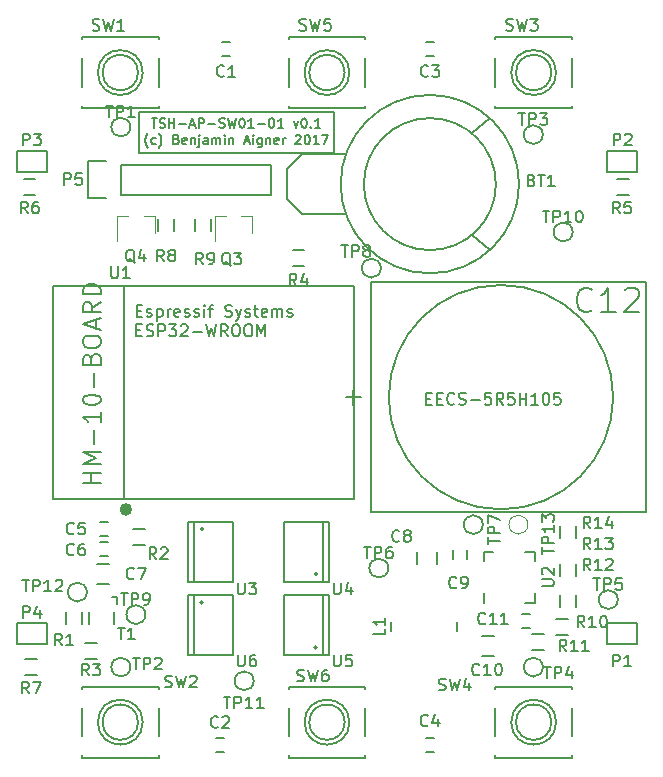
<source format=gbr>
G04 #@! TF.FileFunction,Legend,Top*
%FSLAX46Y46*%
G04 Gerber Fmt 4.6, Leading zero omitted, Abs format (unit mm)*
G04 Created by KiCad (PCBNEW 4.0.6) date 11/06/17 12:40:06*
%MOMM*%
%LPD*%
G01*
G04 APERTURE LIST*
%ADD10C,0.100000*%
%ADD11C,0.200000*%
%ADD12C,0.500000*%
%ADD13C,0.150000*%
%ADD14C,0.152400*%
%ADD15C,0.120000*%
%ADD16C,0.203200*%
G04 APERTURE END LIST*
D10*
D11*
X79451200Y-35661600D02*
X79133700Y-35661600D01*
X79451200Y-32296100D02*
X79451200Y-35661600D01*
X62941200Y-35661600D02*
X79260700Y-35661600D01*
X62941200Y-35407600D02*
X62941200Y-35661600D01*
X62941200Y-32232600D02*
X62941200Y-35407600D01*
X79451200Y-32232600D02*
X62941200Y-32232600D01*
X64015247Y-32745505D02*
X64472390Y-32745505D01*
X64243819Y-33545505D02*
X64243819Y-32745505D01*
X64700962Y-33507410D02*
X64815248Y-33545505D01*
X65005724Y-33545505D01*
X65081914Y-33507410D01*
X65120010Y-33469314D01*
X65158105Y-33393124D01*
X65158105Y-33316933D01*
X65120010Y-33240743D01*
X65081914Y-33202648D01*
X65005724Y-33164552D01*
X64853343Y-33126457D01*
X64777152Y-33088362D01*
X64739057Y-33050267D01*
X64700962Y-32974076D01*
X64700962Y-32897886D01*
X64739057Y-32821695D01*
X64777152Y-32783600D01*
X64853343Y-32745505D01*
X65043819Y-32745505D01*
X65158105Y-32783600D01*
X65500962Y-33545505D02*
X65500962Y-32745505D01*
X65500962Y-33126457D02*
X65958105Y-33126457D01*
X65958105Y-33545505D02*
X65958105Y-32745505D01*
X66339057Y-33240743D02*
X66948581Y-33240743D01*
X67291438Y-33316933D02*
X67672390Y-33316933D01*
X67215247Y-33545505D02*
X67481914Y-32745505D01*
X67748581Y-33545505D01*
X68015247Y-33545505D02*
X68015247Y-32745505D01*
X68320009Y-32745505D01*
X68396200Y-32783600D01*
X68434295Y-32821695D01*
X68472390Y-32897886D01*
X68472390Y-33012171D01*
X68434295Y-33088362D01*
X68396200Y-33126457D01*
X68320009Y-33164552D01*
X68015247Y-33164552D01*
X68815247Y-33240743D02*
X69424771Y-33240743D01*
X69767628Y-33507410D02*
X69881914Y-33545505D01*
X70072390Y-33545505D01*
X70148580Y-33507410D01*
X70186676Y-33469314D01*
X70224771Y-33393124D01*
X70224771Y-33316933D01*
X70186676Y-33240743D01*
X70148580Y-33202648D01*
X70072390Y-33164552D01*
X69920009Y-33126457D01*
X69843818Y-33088362D01*
X69805723Y-33050267D01*
X69767628Y-32974076D01*
X69767628Y-32897886D01*
X69805723Y-32821695D01*
X69843818Y-32783600D01*
X69920009Y-32745505D01*
X70110485Y-32745505D01*
X70224771Y-32783600D01*
X70491438Y-32745505D02*
X70681914Y-33545505D01*
X70834295Y-32974076D01*
X70986676Y-33545505D01*
X71177152Y-32745505D01*
X71634295Y-32745505D02*
X71710486Y-32745505D01*
X71786676Y-32783600D01*
X71824771Y-32821695D01*
X71862867Y-32897886D01*
X71900962Y-33050267D01*
X71900962Y-33240743D01*
X71862867Y-33393124D01*
X71824771Y-33469314D01*
X71786676Y-33507410D01*
X71710486Y-33545505D01*
X71634295Y-33545505D01*
X71558105Y-33507410D01*
X71520009Y-33469314D01*
X71481914Y-33393124D01*
X71443819Y-33240743D01*
X71443819Y-33050267D01*
X71481914Y-32897886D01*
X71520009Y-32821695D01*
X71558105Y-32783600D01*
X71634295Y-32745505D01*
X72662867Y-33545505D02*
X72205724Y-33545505D01*
X72434295Y-33545505D02*
X72434295Y-32745505D01*
X72358105Y-32859790D01*
X72281914Y-32935981D01*
X72205724Y-32974076D01*
X73005724Y-33240743D02*
X73615248Y-33240743D01*
X74148581Y-32745505D02*
X74224772Y-32745505D01*
X74300962Y-32783600D01*
X74339057Y-32821695D01*
X74377153Y-32897886D01*
X74415248Y-33050267D01*
X74415248Y-33240743D01*
X74377153Y-33393124D01*
X74339057Y-33469314D01*
X74300962Y-33507410D01*
X74224772Y-33545505D01*
X74148581Y-33545505D01*
X74072391Y-33507410D01*
X74034295Y-33469314D01*
X73996200Y-33393124D01*
X73958105Y-33240743D01*
X73958105Y-33050267D01*
X73996200Y-32897886D01*
X74034295Y-32821695D01*
X74072391Y-32783600D01*
X74148581Y-32745505D01*
X75177153Y-33545505D02*
X74720010Y-33545505D01*
X74948581Y-33545505D02*
X74948581Y-32745505D01*
X74872391Y-32859790D01*
X74796200Y-32935981D01*
X74720010Y-32974076D01*
X76053344Y-33012171D02*
X76243820Y-33545505D01*
X76434296Y-33012171D01*
X76891439Y-32745505D02*
X76967630Y-32745505D01*
X77043820Y-32783600D01*
X77081915Y-32821695D01*
X77120011Y-32897886D01*
X77158106Y-33050267D01*
X77158106Y-33240743D01*
X77120011Y-33393124D01*
X77081915Y-33469314D01*
X77043820Y-33507410D01*
X76967630Y-33545505D01*
X76891439Y-33545505D01*
X76815249Y-33507410D01*
X76777153Y-33469314D01*
X76739058Y-33393124D01*
X76700963Y-33240743D01*
X76700963Y-33050267D01*
X76739058Y-32897886D01*
X76777153Y-32821695D01*
X76815249Y-32783600D01*
X76891439Y-32745505D01*
X77500963Y-33469314D02*
X77539058Y-33507410D01*
X77500963Y-33545505D01*
X77462868Y-33507410D01*
X77500963Y-33469314D01*
X77500963Y-33545505D01*
X78300963Y-33545505D02*
X77843820Y-33545505D01*
X78072391Y-33545505D02*
X78072391Y-32745505D01*
X77996201Y-32859790D01*
X77920010Y-32935981D01*
X77843820Y-32974076D01*
X63710486Y-35250267D02*
X63672390Y-35212171D01*
X63596200Y-35097886D01*
X63558105Y-35021695D01*
X63520009Y-34907410D01*
X63481914Y-34716933D01*
X63481914Y-34564552D01*
X63520009Y-34374076D01*
X63558105Y-34259790D01*
X63596200Y-34183600D01*
X63672390Y-34069314D01*
X63710486Y-34031219D01*
X64358104Y-34907410D02*
X64281914Y-34945505D01*
X64129533Y-34945505D01*
X64053342Y-34907410D01*
X64015247Y-34869314D01*
X63977152Y-34793124D01*
X63977152Y-34564552D01*
X64015247Y-34488362D01*
X64053342Y-34450267D01*
X64129533Y-34412171D01*
X64281914Y-34412171D01*
X64358104Y-34450267D01*
X64624771Y-35250267D02*
X64662866Y-35212171D01*
X64739056Y-35097886D01*
X64777152Y-35021695D01*
X64815247Y-34907410D01*
X64853342Y-34716933D01*
X64853342Y-34564552D01*
X64815247Y-34374076D01*
X64777152Y-34259790D01*
X64739056Y-34183600D01*
X64662866Y-34069314D01*
X64624771Y-34031219D01*
X66110485Y-34526457D02*
X66224771Y-34564552D01*
X66262866Y-34602648D01*
X66300961Y-34678838D01*
X66300961Y-34793124D01*
X66262866Y-34869314D01*
X66224771Y-34907410D01*
X66148580Y-34945505D01*
X65843818Y-34945505D01*
X65843818Y-34145505D01*
X66110485Y-34145505D01*
X66186675Y-34183600D01*
X66224771Y-34221695D01*
X66262866Y-34297886D01*
X66262866Y-34374076D01*
X66224771Y-34450267D01*
X66186675Y-34488362D01*
X66110485Y-34526457D01*
X65843818Y-34526457D01*
X66948580Y-34907410D02*
X66872390Y-34945505D01*
X66720009Y-34945505D01*
X66643818Y-34907410D01*
X66605723Y-34831219D01*
X66605723Y-34526457D01*
X66643818Y-34450267D01*
X66720009Y-34412171D01*
X66872390Y-34412171D01*
X66948580Y-34450267D01*
X66986675Y-34526457D01*
X66986675Y-34602648D01*
X66605723Y-34678838D01*
X67329532Y-34412171D02*
X67329532Y-34945505D01*
X67329532Y-34488362D02*
X67367627Y-34450267D01*
X67443818Y-34412171D01*
X67558104Y-34412171D01*
X67634294Y-34450267D01*
X67672389Y-34526457D01*
X67672389Y-34945505D01*
X68053342Y-34412171D02*
X68053342Y-35097886D01*
X68015247Y-35174076D01*
X67939056Y-35212171D01*
X67900961Y-35212171D01*
X68053342Y-34145505D02*
X68015247Y-34183600D01*
X68053342Y-34221695D01*
X68091437Y-34183600D01*
X68053342Y-34145505D01*
X68053342Y-34221695D01*
X68777151Y-34945505D02*
X68777151Y-34526457D01*
X68739056Y-34450267D01*
X68662866Y-34412171D01*
X68510485Y-34412171D01*
X68434294Y-34450267D01*
X68777151Y-34907410D02*
X68700961Y-34945505D01*
X68510485Y-34945505D01*
X68434294Y-34907410D01*
X68396199Y-34831219D01*
X68396199Y-34755029D01*
X68434294Y-34678838D01*
X68510485Y-34640743D01*
X68700961Y-34640743D01*
X68777151Y-34602648D01*
X69158104Y-34945505D02*
X69158104Y-34412171D01*
X69158104Y-34488362D02*
X69196199Y-34450267D01*
X69272390Y-34412171D01*
X69386676Y-34412171D01*
X69462866Y-34450267D01*
X69500961Y-34526457D01*
X69500961Y-34945505D01*
X69500961Y-34526457D02*
X69539057Y-34450267D01*
X69615247Y-34412171D01*
X69729533Y-34412171D01*
X69805723Y-34450267D01*
X69843818Y-34526457D01*
X69843818Y-34945505D01*
X70224771Y-34945505D02*
X70224771Y-34412171D01*
X70224771Y-34145505D02*
X70186676Y-34183600D01*
X70224771Y-34221695D01*
X70262866Y-34183600D01*
X70224771Y-34145505D01*
X70224771Y-34221695D01*
X70605723Y-34412171D02*
X70605723Y-34945505D01*
X70605723Y-34488362D02*
X70643818Y-34450267D01*
X70720009Y-34412171D01*
X70834295Y-34412171D01*
X70910485Y-34450267D01*
X70948580Y-34526457D01*
X70948580Y-34945505D01*
X71900962Y-34716933D02*
X72281914Y-34716933D01*
X71824771Y-34945505D02*
X72091438Y-34145505D01*
X72358105Y-34945505D01*
X72624771Y-34945505D02*
X72624771Y-34412171D01*
X72624771Y-34145505D02*
X72586676Y-34183600D01*
X72624771Y-34221695D01*
X72662866Y-34183600D01*
X72624771Y-34145505D01*
X72624771Y-34221695D01*
X73348580Y-34412171D02*
X73348580Y-35059790D01*
X73310485Y-35135981D01*
X73272390Y-35174076D01*
X73196199Y-35212171D01*
X73081914Y-35212171D01*
X73005723Y-35174076D01*
X73348580Y-34907410D02*
X73272390Y-34945505D01*
X73120009Y-34945505D01*
X73043818Y-34907410D01*
X73005723Y-34869314D01*
X72967628Y-34793124D01*
X72967628Y-34564552D01*
X73005723Y-34488362D01*
X73043818Y-34450267D01*
X73120009Y-34412171D01*
X73272390Y-34412171D01*
X73348580Y-34450267D01*
X73729533Y-34412171D02*
X73729533Y-34945505D01*
X73729533Y-34488362D02*
X73767628Y-34450267D01*
X73843819Y-34412171D01*
X73958105Y-34412171D01*
X74034295Y-34450267D01*
X74072390Y-34526457D01*
X74072390Y-34945505D01*
X74758105Y-34907410D02*
X74681915Y-34945505D01*
X74529534Y-34945505D01*
X74453343Y-34907410D01*
X74415248Y-34831219D01*
X74415248Y-34526457D01*
X74453343Y-34450267D01*
X74529534Y-34412171D01*
X74681915Y-34412171D01*
X74758105Y-34450267D01*
X74796200Y-34526457D01*
X74796200Y-34602648D01*
X74415248Y-34678838D01*
X75139057Y-34945505D02*
X75139057Y-34412171D01*
X75139057Y-34564552D02*
X75177152Y-34488362D01*
X75215248Y-34450267D01*
X75291438Y-34412171D01*
X75367629Y-34412171D01*
X76205724Y-34221695D02*
X76243819Y-34183600D01*
X76320010Y-34145505D01*
X76510486Y-34145505D01*
X76586676Y-34183600D01*
X76624772Y-34221695D01*
X76662867Y-34297886D01*
X76662867Y-34374076D01*
X76624772Y-34488362D01*
X76167629Y-34945505D01*
X76662867Y-34945505D01*
X77158105Y-34145505D02*
X77234296Y-34145505D01*
X77310486Y-34183600D01*
X77348581Y-34221695D01*
X77386677Y-34297886D01*
X77424772Y-34450267D01*
X77424772Y-34640743D01*
X77386677Y-34793124D01*
X77348581Y-34869314D01*
X77310486Y-34907410D01*
X77234296Y-34945505D01*
X77158105Y-34945505D01*
X77081915Y-34907410D01*
X77043819Y-34869314D01*
X77005724Y-34793124D01*
X76967629Y-34640743D01*
X76967629Y-34450267D01*
X77005724Y-34297886D01*
X77043819Y-34221695D01*
X77081915Y-34183600D01*
X77158105Y-34145505D01*
X78186677Y-34945505D02*
X77729534Y-34945505D01*
X77958105Y-34945505D02*
X77958105Y-34145505D01*
X77881915Y-34259790D01*
X77805724Y-34335981D01*
X77729534Y-34374076D01*
X78453344Y-34145505D02*
X78986677Y-34145505D01*
X78643820Y-34945505D01*
D12*
X62125181Y-65870600D02*
G75*
G03X62125181Y-65870600I-283981J0D01*
G01*
D13*
X61695200Y-46964600D02*
X61695200Y-64964600D01*
X55695200Y-64964600D02*
X81195200Y-64964600D01*
X55695200Y-46964600D02*
X81195200Y-46964600D01*
X81195200Y-46964600D02*
X81195200Y-64964600D01*
X55695200Y-46964600D02*
X55695200Y-64964600D01*
X62220419Y-33502600D02*
G75*
G03X62220419Y-33502600I-803219J0D01*
G01*
X76784200Y-40868600D02*
X80467200Y-40868600D01*
X76784200Y-35788600D02*
X80467200Y-35788600D01*
X76784200Y-40868600D02*
X75514200Y-39598600D01*
X75514200Y-39598600D02*
X75514200Y-37058600D01*
X75514200Y-37058600D02*
X76784200Y-35788600D01*
X91135200Y-34010600D02*
X92659200Y-32740600D01*
X91135200Y-42646600D02*
X92659200Y-43916600D01*
X93167200Y-38328600D02*
G75*
G03X93167200Y-38328600I-5588000J0D01*
G01*
X95131163Y-38328600D02*
G75*
G03X95131163Y-38328600I-7551963J0D01*
G01*
X69957200Y-26298600D02*
X70657200Y-26298600D01*
X70657200Y-27498600D02*
X69957200Y-27498600D01*
X69449200Y-85226600D02*
X70149200Y-85226600D01*
X70149200Y-86426600D02*
X69449200Y-86426600D01*
X87929200Y-27498600D02*
X87229200Y-27498600D01*
X87229200Y-26298600D02*
X87929200Y-26298600D01*
X87929200Y-86426600D02*
X87229200Y-86426600D01*
X87229200Y-85226600D02*
X87929200Y-85226600D01*
X60370200Y-68138600D02*
X59670200Y-68138600D01*
X59670200Y-66938600D02*
X60370200Y-66938600D01*
X60370200Y-69789600D02*
X59670200Y-69789600D01*
X59670200Y-68589600D02*
X60370200Y-68589600D01*
X59393200Y-72198600D02*
X60393200Y-72198600D01*
X60393200Y-70498600D02*
X59393200Y-70498600D01*
X86475200Y-69451600D02*
X86475200Y-70451600D01*
X88175200Y-70451600D02*
X88175200Y-69451600D01*
X89519200Y-70047600D02*
X89519200Y-69347600D01*
X90719200Y-69347600D02*
X90719200Y-70047600D01*
X93032200Y-76594600D02*
X92032200Y-76594600D01*
X92032200Y-78294600D02*
X93032200Y-78294600D01*
X95357200Y-74685600D02*
X96057200Y-74685600D01*
X96057200Y-75885600D02*
X95357200Y-75885600D01*
D14*
X105892600Y-66116200D02*
X82603340Y-66116200D01*
X82603340Y-66116200D02*
X82603340Y-46609000D01*
X82603340Y-46609000D02*
X105892600Y-46609000D01*
X105892600Y-46609000D02*
X105892600Y-66116200D01*
X80441800Y-56362600D02*
X81711800Y-56362600D01*
X81076800Y-55727600D02*
X81076800Y-56997600D01*
X84099400Y-56362600D02*
G75*
G03X103098600Y-56362600I9499600J0D01*
G01*
X103096060Y-56362600D02*
G75*
G03X84101940Y-56362600I-9497060J0D01*
G01*
D13*
X89870280Y-76192380D02*
X89870280Y-75394820D01*
X84272120Y-76192380D02*
X84272120Y-75394820D01*
X102597200Y-77271600D02*
X105137200Y-77271600D01*
X105137200Y-75493600D02*
X102597200Y-75493600D01*
X105137200Y-75493600D02*
X105137200Y-77271600D01*
X102597200Y-77271600D02*
X102597200Y-75493600D01*
X102597200Y-37271600D02*
X105137200Y-37271600D01*
X105137200Y-35493600D02*
X102597200Y-35493600D01*
X105137200Y-35493600D02*
X105137200Y-37271600D01*
X102597200Y-37271600D02*
X102597200Y-35493600D01*
X52597200Y-37271600D02*
X55137200Y-37271600D01*
X55137200Y-35493600D02*
X52597200Y-35493600D01*
X55137200Y-35493600D02*
X55137200Y-37271600D01*
X52597200Y-37271600D02*
X52597200Y-35493600D01*
X52597200Y-77271600D02*
X55137200Y-77271600D01*
X55137200Y-75493600D02*
X52597200Y-75493600D01*
X55137200Y-75493600D02*
X55137200Y-77271600D01*
X52597200Y-77271600D02*
X52597200Y-75493600D01*
X61417200Y-36677600D02*
X74117200Y-36677600D01*
X74117200Y-36677600D02*
X74117200Y-39217600D01*
X74117200Y-39217600D02*
X61417200Y-39217600D01*
X58597200Y-36397600D02*
X60147200Y-36397600D01*
X61417200Y-36677600D02*
X61417200Y-39217600D01*
X60147200Y-39497600D02*
X58597200Y-39497600D01*
X58597200Y-39497600D02*
X58597200Y-36397600D01*
D15*
X72522200Y-40997600D02*
X71592200Y-40997600D01*
X69362200Y-40997600D02*
X70292200Y-40997600D01*
X69362200Y-40997600D02*
X69362200Y-43157600D01*
X72522200Y-40997600D02*
X72522200Y-42457600D01*
X64267200Y-40997600D02*
X63337200Y-40997600D01*
X61107200Y-40997600D02*
X62037200Y-40997600D01*
X61107200Y-40997600D02*
X61107200Y-43157600D01*
X64267200Y-40997600D02*
X64267200Y-42457600D01*
D13*
X56805200Y-75595100D02*
X56805200Y-74595100D01*
X58155200Y-74595100D02*
X58155200Y-75595100D01*
X62441200Y-67562100D02*
X63441200Y-67562100D01*
X63441200Y-68912100D02*
X62441200Y-68912100D01*
X58377200Y-77214100D02*
X59377200Y-77214100D01*
X59377200Y-78564100D02*
X58377200Y-78564100D01*
X75954000Y-43902000D02*
X76954000Y-43902000D01*
X76954000Y-45252000D02*
X75954000Y-45252000D01*
X104462200Y-39257600D02*
X103462200Y-39257600D01*
X103462200Y-37907600D02*
X104462200Y-37907600D01*
X54182200Y-39257600D02*
X53182200Y-39257600D01*
X53182200Y-37907600D02*
X54182200Y-37907600D01*
X54297200Y-79897600D02*
X53297200Y-79897600D01*
X53297200Y-78547600D02*
X54297200Y-78547600D01*
X65902200Y-41257600D02*
X65902200Y-42257600D01*
X64552200Y-42257600D02*
X64552200Y-41257600D01*
X69077200Y-41257600D02*
X69077200Y-42257600D01*
X67727200Y-42257600D02*
X67727200Y-41257600D01*
X98255200Y-75118600D02*
X99255200Y-75118600D01*
X99255200Y-76468600D02*
X98255200Y-76468600D01*
X96223200Y-76388600D02*
X97223200Y-76388600D01*
X97223200Y-77738600D02*
X96223200Y-77738600D01*
X99938200Y-73134600D02*
X99938200Y-74134600D01*
X98588200Y-74134600D02*
X98588200Y-73134600D01*
X99938200Y-70479600D02*
X99938200Y-71479600D01*
X98588200Y-71479600D02*
X98588200Y-70479600D01*
X99938200Y-67304600D02*
X99938200Y-68304600D01*
X98588200Y-68304600D02*
X98588200Y-67304600D01*
X64617200Y-25882600D02*
X64617200Y-26082600D01*
X64617200Y-31882600D02*
X64617200Y-31682600D01*
X58117200Y-31882600D02*
X58117200Y-31682600D01*
X58117200Y-25882600D02*
X58117200Y-26082600D01*
X58117200Y-27682600D02*
X58117200Y-30082600D01*
X64617200Y-27682600D02*
X64617200Y-30082600D01*
X64617200Y-25882600D02*
X58117200Y-25882600D01*
X58117200Y-31882600D02*
X64617200Y-31882600D01*
X63267200Y-28882600D02*
G75*
G03X63267200Y-28882600I-1900000J0D01*
G01*
X62867200Y-28882600D02*
G75*
G03X62867200Y-28882600I-1500000J0D01*
G01*
X64617200Y-80882600D02*
X64617200Y-81082600D01*
X64617200Y-86882600D02*
X64617200Y-86682600D01*
X58117200Y-86882600D02*
X58117200Y-86682600D01*
X58117200Y-80882600D02*
X58117200Y-81082600D01*
X58117200Y-82682600D02*
X58117200Y-85082600D01*
X64617200Y-82682600D02*
X64617200Y-85082600D01*
X64617200Y-80882600D02*
X58117200Y-80882600D01*
X58117200Y-86882600D02*
X64617200Y-86882600D01*
X63267200Y-83882600D02*
G75*
G03X63267200Y-83882600I-1900000J0D01*
G01*
X62867200Y-83882600D02*
G75*
G03X62867200Y-83882600I-1500000J0D01*
G01*
X99617200Y-25882600D02*
X99617200Y-26082600D01*
X99617200Y-31882600D02*
X99617200Y-31682600D01*
X93117200Y-31882600D02*
X93117200Y-31682600D01*
X93117200Y-25882600D02*
X93117200Y-26082600D01*
X93117200Y-27682600D02*
X93117200Y-30082600D01*
X99617200Y-27682600D02*
X99617200Y-30082600D01*
X99617200Y-25882600D02*
X93117200Y-25882600D01*
X93117200Y-31882600D02*
X99617200Y-31882600D01*
X98267200Y-28882600D02*
G75*
G03X98267200Y-28882600I-1900000J0D01*
G01*
X97867200Y-28882600D02*
G75*
G03X97867200Y-28882600I-1500000J0D01*
G01*
X99617200Y-80882600D02*
X99617200Y-81082600D01*
X99617200Y-86882600D02*
X99617200Y-86682600D01*
X93117200Y-86882600D02*
X93117200Y-86682600D01*
X93117200Y-80882600D02*
X93117200Y-81082600D01*
X93117200Y-82682600D02*
X93117200Y-85082600D01*
X99617200Y-82682600D02*
X99617200Y-85082600D01*
X99617200Y-80882600D02*
X93117200Y-80882600D01*
X93117200Y-86882600D02*
X99617200Y-86882600D01*
X98267200Y-83882600D02*
G75*
G03X98267200Y-83882600I-1900000J0D01*
G01*
X97867200Y-83882600D02*
G75*
G03X97867200Y-83882600I-1500000J0D01*
G01*
X82117200Y-25882600D02*
X82117200Y-26082600D01*
X82117200Y-31882600D02*
X82117200Y-31682600D01*
X75617200Y-31882600D02*
X75617200Y-31682600D01*
X75617200Y-25882600D02*
X75617200Y-26082600D01*
X75617200Y-27682600D02*
X75617200Y-30082600D01*
X82117200Y-27682600D02*
X82117200Y-30082600D01*
X82117200Y-25882600D02*
X75617200Y-25882600D01*
X75617200Y-31882600D02*
X82117200Y-31882600D01*
X80767200Y-28882600D02*
G75*
G03X80767200Y-28882600I-1900000J0D01*
G01*
X80367200Y-28882600D02*
G75*
G03X80367200Y-28882600I-1500000J0D01*
G01*
X75617200Y-86882600D02*
X75617200Y-86682600D01*
X75617200Y-80882600D02*
X75617200Y-81082600D01*
X82117200Y-80882600D02*
X82117200Y-81082600D01*
X82117200Y-86882600D02*
X82117200Y-86682600D01*
X82117200Y-85082600D02*
X82117200Y-82682600D01*
X75617200Y-85082600D02*
X75617200Y-82682600D01*
X75617200Y-86882600D02*
X82117200Y-86882600D01*
X82117200Y-80882600D02*
X75617200Y-80882600D01*
X80767200Y-83882600D02*
G75*
G03X80767200Y-83882600I-1900000J0D01*
G01*
X80367200Y-83882600D02*
G75*
G03X80367200Y-83882600I-1500000J0D01*
G01*
X58716200Y-74531600D02*
X58716200Y-75581600D01*
X60816200Y-75581600D02*
X60816200Y-74531600D01*
X61097160Y-73870820D02*
X61097160Y-73261220D01*
X61097160Y-73261220D02*
X60665360Y-73251060D01*
X62220419Y-79222600D02*
G75*
G03X62220419Y-79222600I-803219J0D01*
G01*
X97145419Y-34137600D02*
G75*
G03X97145419Y-34137600I-803219J0D01*
G01*
X97145419Y-79222600D02*
G75*
G03X97145419Y-79222600I-803219J0D01*
G01*
X103495419Y-73507600D02*
G75*
G03X103495419Y-73507600I-803219J0D01*
G01*
X84064419Y-70840600D02*
G75*
G03X84064419Y-70840600I-803219J0D01*
G01*
X92065419Y-67157600D02*
G75*
G03X92065419Y-67157600I-803219J0D01*
G01*
X83429419Y-45440600D02*
G75*
G03X83429419Y-45440600I-803219J0D01*
G01*
X63490419Y-74777600D02*
G75*
G03X63490419Y-74777600I-803219J0D01*
G01*
X92150200Y-69462600D02*
X92925200Y-69462600D01*
X96450200Y-73762600D02*
X95675200Y-73762600D01*
X96450200Y-69462600D02*
X95675200Y-69462600D01*
X92150200Y-73762600D02*
X92150200Y-72987600D01*
X96450200Y-73762600D02*
X96450200Y-72987600D01*
X96450200Y-69462600D02*
X96450200Y-70237600D01*
X92150200Y-69462600D02*
X92150200Y-70237600D01*
X68402200Y-67538600D02*
G75*
G03X68402200Y-67538600I-127000J0D01*
G01*
X67640200Y-66903600D02*
X67640200Y-71983600D01*
X70942200Y-66903600D02*
X70942200Y-71983600D01*
X67132200Y-66903600D02*
X67132200Y-71983600D01*
X67132200Y-66903600D02*
X70942200Y-66903600D01*
X67132200Y-71983600D02*
X70942200Y-71983600D01*
X78054200Y-71348600D02*
G75*
G03X78054200Y-71348600I-127000J0D01*
G01*
X78562200Y-71983600D02*
X78562200Y-66903600D01*
X75260200Y-71983600D02*
X75260200Y-66903600D01*
X79070200Y-71983600D02*
X79070200Y-66903600D01*
X79070200Y-71983600D02*
X75260200Y-71983600D01*
X79070200Y-66903600D02*
X75260200Y-66903600D01*
X78054200Y-77571600D02*
G75*
G03X78054200Y-77571600I-127000J0D01*
G01*
X78562200Y-78206600D02*
X78562200Y-73126600D01*
X75260200Y-78206600D02*
X75260200Y-73126600D01*
X79070200Y-78206600D02*
X79070200Y-73126600D01*
X79070200Y-78206600D02*
X75260200Y-78206600D01*
X79070200Y-73126600D02*
X75260200Y-73126600D01*
X68402200Y-73761600D02*
G75*
G03X68402200Y-73761600I-127000J0D01*
G01*
X67640200Y-73126600D02*
X67640200Y-78206600D01*
X70942200Y-73126600D02*
X70942200Y-78206600D01*
X67132200Y-73126600D02*
X67132200Y-78206600D01*
X67132200Y-73126600D02*
X70942200Y-73126600D01*
X67132200Y-78206600D02*
X70942200Y-78206600D01*
X99670419Y-42382600D02*
G75*
G03X99670419Y-42382600I-803219J0D01*
G01*
X72670419Y-80382600D02*
G75*
G03X72670419Y-80382600I-803219J0D01*
G01*
X58537419Y-72872600D02*
G75*
G03X58537419Y-72872600I-803219J0D01*
G01*
D15*
X95875419Y-67157600D02*
G75*
G03X95875419Y-67157600I-803219J0D01*
G01*
D13*
X60608295Y-45302981D02*
X60608295Y-46112505D01*
X60655914Y-46207743D01*
X60703533Y-46255362D01*
X60798771Y-46302981D01*
X60989248Y-46302981D01*
X61084486Y-46255362D01*
X61132105Y-46207743D01*
X61179724Y-46112505D01*
X61179724Y-45302981D01*
X62179724Y-46302981D02*
X61608295Y-46302981D01*
X61894009Y-46302981D02*
X61894009Y-45302981D01*
X61798771Y-45445838D01*
X61703533Y-45541076D01*
X61608295Y-45588695D01*
X62762770Y-49035171D02*
X63096104Y-49035171D01*
X63238961Y-49558981D02*
X62762770Y-49558981D01*
X62762770Y-48558981D01*
X63238961Y-48558981D01*
X63619913Y-49511362D02*
X63715151Y-49558981D01*
X63905627Y-49558981D01*
X64000866Y-49511362D01*
X64048485Y-49416124D01*
X64048485Y-49368505D01*
X64000866Y-49273267D01*
X63905627Y-49225648D01*
X63762770Y-49225648D01*
X63667532Y-49178029D01*
X63619913Y-49082790D01*
X63619913Y-49035171D01*
X63667532Y-48939933D01*
X63762770Y-48892314D01*
X63905627Y-48892314D01*
X64000866Y-48939933D01*
X64477056Y-48892314D02*
X64477056Y-49892314D01*
X64477056Y-48939933D02*
X64572294Y-48892314D01*
X64762771Y-48892314D01*
X64858009Y-48939933D01*
X64905628Y-48987552D01*
X64953247Y-49082790D01*
X64953247Y-49368505D01*
X64905628Y-49463743D01*
X64858009Y-49511362D01*
X64762771Y-49558981D01*
X64572294Y-49558981D01*
X64477056Y-49511362D01*
X65381818Y-49558981D02*
X65381818Y-48892314D01*
X65381818Y-49082790D02*
X65429437Y-48987552D01*
X65477056Y-48939933D01*
X65572294Y-48892314D01*
X65667533Y-48892314D01*
X66381819Y-49511362D02*
X66286581Y-49558981D01*
X66096104Y-49558981D01*
X66000866Y-49511362D01*
X65953247Y-49416124D01*
X65953247Y-49035171D01*
X66000866Y-48939933D01*
X66096104Y-48892314D01*
X66286581Y-48892314D01*
X66381819Y-48939933D01*
X66429438Y-49035171D01*
X66429438Y-49130410D01*
X65953247Y-49225648D01*
X66810390Y-49511362D02*
X66905628Y-49558981D01*
X67096104Y-49558981D01*
X67191343Y-49511362D01*
X67238962Y-49416124D01*
X67238962Y-49368505D01*
X67191343Y-49273267D01*
X67096104Y-49225648D01*
X66953247Y-49225648D01*
X66858009Y-49178029D01*
X66810390Y-49082790D01*
X66810390Y-49035171D01*
X66858009Y-48939933D01*
X66953247Y-48892314D01*
X67096104Y-48892314D01*
X67191343Y-48939933D01*
X67619914Y-49511362D02*
X67715152Y-49558981D01*
X67905628Y-49558981D01*
X68000867Y-49511362D01*
X68048486Y-49416124D01*
X68048486Y-49368505D01*
X68000867Y-49273267D01*
X67905628Y-49225648D01*
X67762771Y-49225648D01*
X67667533Y-49178029D01*
X67619914Y-49082790D01*
X67619914Y-49035171D01*
X67667533Y-48939933D01*
X67762771Y-48892314D01*
X67905628Y-48892314D01*
X68000867Y-48939933D01*
X68477057Y-49558981D02*
X68477057Y-48892314D01*
X68477057Y-48558981D02*
X68429438Y-48606600D01*
X68477057Y-48654219D01*
X68524676Y-48606600D01*
X68477057Y-48558981D01*
X68477057Y-48654219D01*
X68810390Y-48892314D02*
X69191342Y-48892314D01*
X68953247Y-49558981D02*
X68953247Y-48701838D01*
X69000866Y-48606600D01*
X69096104Y-48558981D01*
X69191342Y-48558981D01*
X70238962Y-49511362D02*
X70381819Y-49558981D01*
X70619915Y-49558981D01*
X70715153Y-49511362D01*
X70762772Y-49463743D01*
X70810391Y-49368505D01*
X70810391Y-49273267D01*
X70762772Y-49178029D01*
X70715153Y-49130410D01*
X70619915Y-49082790D01*
X70429438Y-49035171D01*
X70334200Y-48987552D01*
X70286581Y-48939933D01*
X70238962Y-48844695D01*
X70238962Y-48749457D01*
X70286581Y-48654219D01*
X70334200Y-48606600D01*
X70429438Y-48558981D01*
X70667534Y-48558981D01*
X70810391Y-48606600D01*
X71143724Y-48892314D02*
X71381819Y-49558981D01*
X71619915Y-48892314D02*
X71381819Y-49558981D01*
X71286581Y-49797076D01*
X71238962Y-49844695D01*
X71143724Y-49892314D01*
X71953248Y-49511362D02*
X72048486Y-49558981D01*
X72238962Y-49558981D01*
X72334201Y-49511362D01*
X72381820Y-49416124D01*
X72381820Y-49368505D01*
X72334201Y-49273267D01*
X72238962Y-49225648D01*
X72096105Y-49225648D01*
X72000867Y-49178029D01*
X71953248Y-49082790D01*
X71953248Y-49035171D01*
X72000867Y-48939933D01*
X72096105Y-48892314D01*
X72238962Y-48892314D01*
X72334201Y-48939933D01*
X72667534Y-48892314D02*
X73048486Y-48892314D01*
X72810391Y-48558981D02*
X72810391Y-49416124D01*
X72858010Y-49511362D01*
X72953248Y-49558981D01*
X73048486Y-49558981D01*
X73762773Y-49511362D02*
X73667535Y-49558981D01*
X73477058Y-49558981D01*
X73381820Y-49511362D01*
X73334201Y-49416124D01*
X73334201Y-49035171D01*
X73381820Y-48939933D01*
X73477058Y-48892314D01*
X73667535Y-48892314D01*
X73762773Y-48939933D01*
X73810392Y-49035171D01*
X73810392Y-49130410D01*
X73334201Y-49225648D01*
X74238963Y-49558981D02*
X74238963Y-48892314D01*
X74238963Y-48987552D02*
X74286582Y-48939933D01*
X74381820Y-48892314D01*
X74524678Y-48892314D01*
X74619916Y-48939933D01*
X74667535Y-49035171D01*
X74667535Y-49558981D01*
X74667535Y-49035171D02*
X74715154Y-48939933D01*
X74810392Y-48892314D01*
X74953249Y-48892314D01*
X75048487Y-48939933D01*
X75096106Y-49035171D01*
X75096106Y-49558981D01*
X75524677Y-49511362D02*
X75619915Y-49558981D01*
X75810391Y-49558981D01*
X75905630Y-49511362D01*
X75953249Y-49416124D01*
X75953249Y-49368505D01*
X75905630Y-49273267D01*
X75810391Y-49225648D01*
X75667534Y-49225648D01*
X75572296Y-49178029D01*
X75524677Y-49082790D01*
X75524677Y-49035171D01*
X75572296Y-48939933D01*
X75667534Y-48892314D01*
X75810391Y-48892314D01*
X75905630Y-48939933D01*
X62738819Y-50686171D02*
X63072153Y-50686171D01*
X63215010Y-51209981D02*
X62738819Y-51209981D01*
X62738819Y-50209981D01*
X63215010Y-50209981D01*
X63595962Y-51162362D02*
X63738819Y-51209981D01*
X63976915Y-51209981D01*
X64072153Y-51162362D01*
X64119772Y-51114743D01*
X64167391Y-51019505D01*
X64167391Y-50924267D01*
X64119772Y-50829029D01*
X64072153Y-50781410D01*
X63976915Y-50733790D01*
X63786438Y-50686171D01*
X63691200Y-50638552D01*
X63643581Y-50590933D01*
X63595962Y-50495695D01*
X63595962Y-50400457D01*
X63643581Y-50305219D01*
X63691200Y-50257600D01*
X63786438Y-50209981D01*
X64024534Y-50209981D01*
X64167391Y-50257600D01*
X64595962Y-51209981D02*
X64595962Y-50209981D01*
X64976915Y-50209981D01*
X65072153Y-50257600D01*
X65119772Y-50305219D01*
X65167391Y-50400457D01*
X65167391Y-50543314D01*
X65119772Y-50638552D01*
X65072153Y-50686171D01*
X64976915Y-50733790D01*
X64595962Y-50733790D01*
X65500724Y-50209981D02*
X66119772Y-50209981D01*
X65786438Y-50590933D01*
X65929296Y-50590933D01*
X66024534Y-50638552D01*
X66072153Y-50686171D01*
X66119772Y-50781410D01*
X66119772Y-51019505D01*
X66072153Y-51114743D01*
X66024534Y-51162362D01*
X65929296Y-51209981D01*
X65643581Y-51209981D01*
X65548343Y-51162362D01*
X65500724Y-51114743D01*
X66500724Y-50305219D02*
X66548343Y-50257600D01*
X66643581Y-50209981D01*
X66881677Y-50209981D01*
X66976915Y-50257600D01*
X67024534Y-50305219D01*
X67072153Y-50400457D01*
X67072153Y-50495695D01*
X67024534Y-50638552D01*
X66453105Y-51209981D01*
X67072153Y-51209981D01*
X67500724Y-50829029D02*
X68262629Y-50829029D01*
X68643581Y-50209981D02*
X68881676Y-51209981D01*
X69072153Y-50495695D01*
X69262629Y-51209981D01*
X69500724Y-50209981D01*
X70453105Y-51209981D02*
X70119771Y-50733790D01*
X69881676Y-51209981D02*
X69881676Y-50209981D01*
X70262629Y-50209981D01*
X70357867Y-50257600D01*
X70405486Y-50305219D01*
X70453105Y-50400457D01*
X70453105Y-50543314D01*
X70405486Y-50638552D01*
X70357867Y-50686171D01*
X70262629Y-50733790D01*
X69881676Y-50733790D01*
X71072152Y-50209981D02*
X71262629Y-50209981D01*
X71357867Y-50257600D01*
X71453105Y-50352838D01*
X71500724Y-50543314D01*
X71500724Y-50876648D01*
X71453105Y-51067124D01*
X71357867Y-51162362D01*
X71262629Y-51209981D01*
X71072152Y-51209981D01*
X70976914Y-51162362D01*
X70881676Y-51067124D01*
X70834057Y-50876648D01*
X70834057Y-50543314D01*
X70881676Y-50352838D01*
X70976914Y-50257600D01*
X71072152Y-50209981D01*
X72119771Y-50209981D02*
X72310248Y-50209981D01*
X72405486Y-50257600D01*
X72500724Y-50352838D01*
X72548343Y-50543314D01*
X72548343Y-50876648D01*
X72500724Y-51067124D01*
X72405486Y-51162362D01*
X72310248Y-51209981D01*
X72119771Y-51209981D01*
X72024533Y-51162362D01*
X71929295Y-51067124D01*
X71881676Y-50876648D01*
X71881676Y-50543314D01*
X71929295Y-50352838D01*
X72024533Y-50257600D01*
X72119771Y-50209981D01*
X72976914Y-51209981D02*
X72976914Y-50209981D01*
X73310248Y-50924267D01*
X73643581Y-50209981D01*
X73643581Y-51209981D01*
X60155295Y-31687521D02*
X60726724Y-31687521D01*
X60441009Y-32687521D02*
X60441009Y-31687521D01*
X61060057Y-32687521D02*
X61060057Y-31687521D01*
X61441010Y-31687521D01*
X61536248Y-31735140D01*
X61583867Y-31782759D01*
X61631486Y-31877997D01*
X61631486Y-32020854D01*
X61583867Y-32116092D01*
X61536248Y-32163711D01*
X61441010Y-32211330D01*
X61060057Y-32211330D01*
X62583867Y-32687521D02*
X62012438Y-32687521D01*
X62298152Y-32687521D02*
X62298152Y-31687521D01*
X62202914Y-31830378D01*
X62107676Y-31925616D01*
X62012438Y-31973235D01*
X96191486Y-38003171D02*
X96334343Y-38050790D01*
X96381962Y-38098410D01*
X96429581Y-38193648D01*
X96429581Y-38336505D01*
X96381962Y-38431743D01*
X96334343Y-38479362D01*
X96239105Y-38526981D01*
X95858152Y-38526981D01*
X95858152Y-37526981D01*
X96191486Y-37526981D01*
X96286724Y-37574600D01*
X96334343Y-37622219D01*
X96381962Y-37717457D01*
X96381962Y-37812695D01*
X96334343Y-37907933D01*
X96286724Y-37955552D01*
X96191486Y-38003171D01*
X95858152Y-38003171D01*
X96715295Y-37526981D02*
X97286724Y-37526981D01*
X97001009Y-38526981D02*
X97001009Y-37526981D01*
X98143867Y-38526981D02*
X97572438Y-38526981D01*
X97858152Y-38526981D02*
X97858152Y-37526981D01*
X97762914Y-37669838D01*
X97667676Y-37765076D01*
X97572438Y-37812695D01*
X70140534Y-29160743D02*
X70092915Y-29208362D01*
X69950058Y-29255981D01*
X69854820Y-29255981D01*
X69711962Y-29208362D01*
X69616724Y-29113124D01*
X69569105Y-29017886D01*
X69521486Y-28827410D01*
X69521486Y-28684552D01*
X69569105Y-28494076D01*
X69616724Y-28398838D01*
X69711962Y-28303600D01*
X69854820Y-28255981D01*
X69950058Y-28255981D01*
X70092915Y-28303600D01*
X70140534Y-28351219D01*
X71092915Y-29255981D02*
X70521486Y-29255981D01*
X70807200Y-29255981D02*
X70807200Y-28255981D01*
X70711962Y-28398838D01*
X70616724Y-28494076D01*
X70521486Y-28541695D01*
X69632534Y-84283743D02*
X69584915Y-84331362D01*
X69442058Y-84378981D01*
X69346820Y-84378981D01*
X69203962Y-84331362D01*
X69108724Y-84236124D01*
X69061105Y-84140886D01*
X69013486Y-83950410D01*
X69013486Y-83807552D01*
X69061105Y-83617076D01*
X69108724Y-83521838D01*
X69203962Y-83426600D01*
X69346820Y-83378981D01*
X69442058Y-83378981D01*
X69584915Y-83426600D01*
X69632534Y-83474219D01*
X70013486Y-83474219D02*
X70061105Y-83426600D01*
X70156343Y-83378981D01*
X70394439Y-83378981D01*
X70489677Y-83426600D01*
X70537296Y-83474219D01*
X70584915Y-83569457D01*
X70584915Y-83664695D01*
X70537296Y-83807552D01*
X69965867Y-84378981D01*
X70584915Y-84378981D01*
X87412534Y-29155743D02*
X87364915Y-29203362D01*
X87222058Y-29250981D01*
X87126820Y-29250981D01*
X86983962Y-29203362D01*
X86888724Y-29108124D01*
X86841105Y-29012886D01*
X86793486Y-28822410D01*
X86793486Y-28679552D01*
X86841105Y-28489076D01*
X86888724Y-28393838D01*
X86983962Y-28298600D01*
X87126820Y-28250981D01*
X87222058Y-28250981D01*
X87364915Y-28298600D01*
X87412534Y-28346219D01*
X87745867Y-28250981D02*
X88364915Y-28250981D01*
X88031581Y-28631933D01*
X88174439Y-28631933D01*
X88269677Y-28679552D01*
X88317296Y-28727171D01*
X88364915Y-28822410D01*
X88364915Y-29060505D01*
X88317296Y-29155743D01*
X88269677Y-29203362D01*
X88174439Y-29250981D01*
X87888724Y-29250981D01*
X87793486Y-29203362D01*
X87745867Y-29155743D01*
X87412534Y-84151743D02*
X87364915Y-84199362D01*
X87222058Y-84246981D01*
X87126820Y-84246981D01*
X86983962Y-84199362D01*
X86888724Y-84104124D01*
X86841105Y-84008886D01*
X86793486Y-83818410D01*
X86793486Y-83675552D01*
X86841105Y-83485076D01*
X86888724Y-83389838D01*
X86983962Y-83294600D01*
X87126820Y-83246981D01*
X87222058Y-83246981D01*
X87364915Y-83294600D01*
X87412534Y-83342219D01*
X88269677Y-83580314D02*
X88269677Y-84246981D01*
X88031581Y-83199362D02*
X87793486Y-83913648D01*
X88412534Y-83913648D01*
X57440534Y-67895743D02*
X57392915Y-67943362D01*
X57250058Y-67990981D01*
X57154820Y-67990981D01*
X57011962Y-67943362D01*
X56916724Y-67848124D01*
X56869105Y-67752886D01*
X56821486Y-67562410D01*
X56821486Y-67419552D01*
X56869105Y-67229076D01*
X56916724Y-67133838D01*
X57011962Y-67038600D01*
X57154820Y-66990981D01*
X57250058Y-66990981D01*
X57392915Y-67038600D01*
X57440534Y-67086219D01*
X58345296Y-66990981D02*
X57869105Y-66990981D01*
X57821486Y-67467171D01*
X57869105Y-67419552D01*
X57964343Y-67371933D01*
X58202439Y-67371933D01*
X58297677Y-67419552D01*
X58345296Y-67467171D01*
X58392915Y-67562410D01*
X58392915Y-67800505D01*
X58345296Y-67895743D01*
X58297677Y-67943362D01*
X58202439Y-67990981D01*
X57964343Y-67990981D01*
X57869105Y-67943362D01*
X57821486Y-67895743D01*
X57440534Y-69673743D02*
X57392915Y-69721362D01*
X57250058Y-69768981D01*
X57154820Y-69768981D01*
X57011962Y-69721362D01*
X56916724Y-69626124D01*
X56869105Y-69530886D01*
X56821486Y-69340410D01*
X56821486Y-69197552D01*
X56869105Y-69007076D01*
X56916724Y-68911838D01*
X57011962Y-68816600D01*
X57154820Y-68768981D01*
X57250058Y-68768981D01*
X57392915Y-68816600D01*
X57440534Y-68864219D01*
X58297677Y-68768981D02*
X58107200Y-68768981D01*
X58011962Y-68816600D01*
X57964343Y-68864219D01*
X57869105Y-69007076D01*
X57821486Y-69197552D01*
X57821486Y-69578505D01*
X57869105Y-69673743D01*
X57916724Y-69721362D01*
X58011962Y-69768981D01*
X58202439Y-69768981D01*
X58297677Y-69721362D01*
X58345296Y-69673743D01*
X58392915Y-69578505D01*
X58392915Y-69340410D01*
X58345296Y-69245171D01*
X58297677Y-69197552D01*
X58202439Y-69149933D01*
X58011962Y-69149933D01*
X57916724Y-69197552D01*
X57869105Y-69245171D01*
X57821486Y-69340410D01*
X62520534Y-71705743D02*
X62472915Y-71753362D01*
X62330058Y-71800981D01*
X62234820Y-71800981D01*
X62091962Y-71753362D01*
X61996724Y-71658124D01*
X61949105Y-71562886D01*
X61901486Y-71372410D01*
X61901486Y-71229552D01*
X61949105Y-71039076D01*
X61996724Y-70943838D01*
X62091962Y-70848600D01*
X62234820Y-70800981D01*
X62330058Y-70800981D01*
X62472915Y-70848600D01*
X62520534Y-70896219D01*
X62853867Y-70800981D02*
X63520534Y-70800981D01*
X63091962Y-71800981D01*
X84999534Y-68530743D02*
X84951915Y-68578362D01*
X84809058Y-68625981D01*
X84713820Y-68625981D01*
X84570962Y-68578362D01*
X84475724Y-68483124D01*
X84428105Y-68387886D01*
X84380486Y-68197410D01*
X84380486Y-68054552D01*
X84428105Y-67864076D01*
X84475724Y-67768838D01*
X84570962Y-67673600D01*
X84713820Y-67625981D01*
X84809058Y-67625981D01*
X84951915Y-67673600D01*
X84999534Y-67721219D01*
X85570962Y-68054552D02*
X85475724Y-68006933D01*
X85428105Y-67959314D01*
X85380486Y-67864076D01*
X85380486Y-67816457D01*
X85428105Y-67721219D01*
X85475724Y-67673600D01*
X85570962Y-67625981D01*
X85761439Y-67625981D01*
X85856677Y-67673600D01*
X85904296Y-67721219D01*
X85951915Y-67816457D01*
X85951915Y-67864076D01*
X85904296Y-67959314D01*
X85856677Y-68006933D01*
X85761439Y-68054552D01*
X85570962Y-68054552D01*
X85475724Y-68102171D01*
X85428105Y-68149790D01*
X85380486Y-68245029D01*
X85380486Y-68435505D01*
X85428105Y-68530743D01*
X85475724Y-68578362D01*
X85570962Y-68625981D01*
X85761439Y-68625981D01*
X85856677Y-68578362D01*
X85904296Y-68530743D01*
X85951915Y-68435505D01*
X85951915Y-68245029D01*
X85904296Y-68149790D01*
X85856677Y-68102171D01*
X85761439Y-68054552D01*
X89825534Y-72467743D02*
X89777915Y-72515362D01*
X89635058Y-72562981D01*
X89539820Y-72562981D01*
X89396962Y-72515362D01*
X89301724Y-72420124D01*
X89254105Y-72324886D01*
X89206486Y-72134410D01*
X89206486Y-71991552D01*
X89254105Y-71801076D01*
X89301724Y-71705838D01*
X89396962Y-71610600D01*
X89539820Y-71562981D01*
X89635058Y-71562981D01*
X89777915Y-71610600D01*
X89825534Y-71658219D01*
X90301724Y-72562981D02*
X90492200Y-72562981D01*
X90587439Y-72515362D01*
X90635058Y-72467743D01*
X90730296Y-72324886D01*
X90777915Y-72134410D01*
X90777915Y-71753457D01*
X90730296Y-71658219D01*
X90682677Y-71610600D01*
X90587439Y-71562981D01*
X90396962Y-71562981D01*
X90301724Y-71610600D01*
X90254105Y-71658219D01*
X90206486Y-71753457D01*
X90206486Y-71991552D01*
X90254105Y-72086790D01*
X90301724Y-72134410D01*
X90396962Y-72182029D01*
X90587439Y-72182029D01*
X90682677Y-72134410D01*
X90730296Y-72086790D01*
X90777915Y-71991552D01*
X91762343Y-79833743D02*
X91714724Y-79881362D01*
X91571867Y-79928981D01*
X91476629Y-79928981D01*
X91333771Y-79881362D01*
X91238533Y-79786124D01*
X91190914Y-79690886D01*
X91143295Y-79500410D01*
X91143295Y-79357552D01*
X91190914Y-79167076D01*
X91238533Y-79071838D01*
X91333771Y-78976600D01*
X91476629Y-78928981D01*
X91571867Y-78928981D01*
X91714724Y-78976600D01*
X91762343Y-79024219D01*
X92714724Y-79928981D02*
X92143295Y-79928981D01*
X92429009Y-79928981D02*
X92429009Y-78928981D01*
X92333771Y-79071838D01*
X92238533Y-79167076D01*
X92143295Y-79214695D01*
X93333771Y-78928981D02*
X93429010Y-78928981D01*
X93524248Y-78976600D01*
X93571867Y-79024219D01*
X93619486Y-79119457D01*
X93667105Y-79309933D01*
X93667105Y-79548029D01*
X93619486Y-79738505D01*
X93571867Y-79833743D01*
X93524248Y-79881362D01*
X93429010Y-79928981D01*
X93333771Y-79928981D01*
X93238533Y-79881362D01*
X93190914Y-79833743D01*
X93143295Y-79738505D01*
X93095676Y-79548029D01*
X93095676Y-79309933D01*
X93143295Y-79119457D01*
X93190914Y-79024219D01*
X93238533Y-78976600D01*
X93333771Y-78928981D01*
X92270343Y-75515743D02*
X92222724Y-75563362D01*
X92079867Y-75610981D01*
X91984629Y-75610981D01*
X91841771Y-75563362D01*
X91746533Y-75468124D01*
X91698914Y-75372886D01*
X91651295Y-75182410D01*
X91651295Y-75039552D01*
X91698914Y-74849076D01*
X91746533Y-74753838D01*
X91841771Y-74658600D01*
X91984629Y-74610981D01*
X92079867Y-74610981D01*
X92222724Y-74658600D01*
X92270343Y-74706219D01*
X93222724Y-75610981D02*
X92651295Y-75610981D01*
X92937009Y-75610981D02*
X92937009Y-74610981D01*
X92841771Y-74753838D01*
X92746533Y-74849076D01*
X92651295Y-74896695D01*
X94175105Y-75610981D02*
X93603676Y-75610981D01*
X93889390Y-75610981D02*
X93889390Y-74610981D01*
X93794152Y-74753838D01*
X93698914Y-74849076D01*
X93603676Y-74896695D01*
D16*
X101315157Y-48978457D02*
X101215976Y-49077638D01*
X100918433Y-49176819D01*
X100720071Y-49176819D01*
X100422529Y-49077638D01*
X100224167Y-48879276D01*
X100124986Y-48680914D01*
X100025805Y-48284190D01*
X100025805Y-47986648D01*
X100124986Y-47589924D01*
X100224167Y-47391562D01*
X100422529Y-47193200D01*
X100720071Y-47094019D01*
X100918433Y-47094019D01*
X101215976Y-47193200D01*
X101315157Y-47292381D01*
X103298776Y-49176819D02*
X102108605Y-49176819D01*
X102703691Y-49176819D02*
X102703691Y-47094019D01*
X102505329Y-47391562D01*
X102306967Y-47589924D01*
X102108605Y-47689105D01*
X104092224Y-47292381D02*
X104191405Y-47193200D01*
X104389767Y-47094019D01*
X104885671Y-47094019D01*
X105084033Y-47193200D01*
X105183214Y-47292381D01*
X105282395Y-47490743D01*
X105282395Y-47689105D01*
X105183214Y-47986648D01*
X103993043Y-49176819D01*
X105282395Y-49176819D01*
X87271933Y-56481671D02*
X87605267Y-56481671D01*
X87748124Y-57005481D02*
X87271933Y-57005481D01*
X87271933Y-56005481D01*
X87748124Y-56005481D01*
X88176695Y-56481671D02*
X88510029Y-56481671D01*
X88652886Y-57005481D02*
X88176695Y-57005481D01*
X88176695Y-56005481D01*
X88652886Y-56005481D01*
X89652886Y-56910243D02*
X89605267Y-56957862D01*
X89462410Y-57005481D01*
X89367172Y-57005481D01*
X89224314Y-56957862D01*
X89129076Y-56862624D01*
X89081457Y-56767386D01*
X89033838Y-56576910D01*
X89033838Y-56434052D01*
X89081457Y-56243576D01*
X89129076Y-56148338D01*
X89224314Y-56053100D01*
X89367172Y-56005481D01*
X89462410Y-56005481D01*
X89605267Y-56053100D01*
X89652886Y-56100719D01*
X90033838Y-56957862D02*
X90176695Y-57005481D01*
X90414791Y-57005481D01*
X90510029Y-56957862D01*
X90557648Y-56910243D01*
X90605267Y-56815005D01*
X90605267Y-56719767D01*
X90557648Y-56624529D01*
X90510029Y-56576910D01*
X90414791Y-56529290D01*
X90224314Y-56481671D01*
X90129076Y-56434052D01*
X90081457Y-56386433D01*
X90033838Y-56291195D01*
X90033838Y-56195957D01*
X90081457Y-56100719D01*
X90129076Y-56053100D01*
X90224314Y-56005481D01*
X90462410Y-56005481D01*
X90605267Y-56053100D01*
X91033838Y-56624529D02*
X91795743Y-56624529D01*
X92748124Y-56005481D02*
X92271933Y-56005481D01*
X92224314Y-56481671D01*
X92271933Y-56434052D01*
X92367171Y-56386433D01*
X92605267Y-56386433D01*
X92700505Y-56434052D01*
X92748124Y-56481671D01*
X92795743Y-56576910D01*
X92795743Y-56815005D01*
X92748124Y-56910243D01*
X92700505Y-56957862D01*
X92605267Y-57005481D01*
X92367171Y-57005481D01*
X92271933Y-56957862D01*
X92224314Y-56910243D01*
X93795743Y-57005481D02*
X93462409Y-56529290D01*
X93224314Y-57005481D02*
X93224314Y-56005481D01*
X93605267Y-56005481D01*
X93700505Y-56053100D01*
X93748124Y-56100719D01*
X93795743Y-56195957D01*
X93795743Y-56338814D01*
X93748124Y-56434052D01*
X93700505Y-56481671D01*
X93605267Y-56529290D01*
X93224314Y-56529290D01*
X94700505Y-56005481D02*
X94224314Y-56005481D01*
X94176695Y-56481671D01*
X94224314Y-56434052D01*
X94319552Y-56386433D01*
X94557648Y-56386433D01*
X94652886Y-56434052D01*
X94700505Y-56481671D01*
X94748124Y-56576910D01*
X94748124Y-56815005D01*
X94700505Y-56910243D01*
X94652886Y-56957862D01*
X94557648Y-57005481D01*
X94319552Y-57005481D01*
X94224314Y-56957862D01*
X94176695Y-56910243D01*
X95176695Y-57005481D02*
X95176695Y-56005481D01*
X95176695Y-56481671D02*
X95748124Y-56481671D01*
X95748124Y-57005481D02*
X95748124Y-56005481D01*
X96748124Y-57005481D02*
X96176695Y-57005481D01*
X96462409Y-57005481D02*
X96462409Y-56005481D01*
X96367171Y-56148338D01*
X96271933Y-56243576D01*
X96176695Y-56291195D01*
X97367171Y-56005481D02*
X97462410Y-56005481D01*
X97557648Y-56053100D01*
X97605267Y-56100719D01*
X97652886Y-56195957D01*
X97700505Y-56386433D01*
X97700505Y-56624529D01*
X97652886Y-56815005D01*
X97605267Y-56910243D01*
X97557648Y-56957862D01*
X97462410Y-57005481D01*
X97367171Y-57005481D01*
X97271933Y-56957862D01*
X97224314Y-56910243D01*
X97176695Y-56815005D01*
X97129076Y-56624529D01*
X97129076Y-56386433D01*
X97176695Y-56195957D01*
X97224314Y-56100719D01*
X97271933Y-56053100D01*
X97367171Y-56005481D01*
X98605267Y-56005481D02*
X98129076Y-56005481D01*
X98081457Y-56481671D01*
X98129076Y-56434052D01*
X98224314Y-56386433D01*
X98462410Y-56386433D01*
X98557648Y-56434052D01*
X98605267Y-56481671D01*
X98652886Y-56576910D01*
X98652886Y-56815005D01*
X98605267Y-56910243D01*
X98557648Y-56957862D01*
X98462410Y-57005481D01*
X98224314Y-57005481D01*
X98129076Y-56957862D01*
X98081457Y-56910243D01*
D13*
X83777081Y-75960266D02*
X83777081Y-76436457D01*
X82777081Y-76436457D01*
X83777081Y-75103123D02*
X83777081Y-75674552D01*
X83777081Y-75388838D02*
X82777081Y-75388838D01*
X82919938Y-75484076D01*
X83015176Y-75579314D01*
X83062795Y-75674552D01*
X103097105Y-79166981D02*
X103097105Y-78166981D01*
X103478058Y-78166981D01*
X103573296Y-78214600D01*
X103620915Y-78262219D01*
X103668534Y-78357457D01*
X103668534Y-78500314D01*
X103620915Y-78595552D01*
X103573296Y-78643171D01*
X103478058Y-78690790D01*
X103097105Y-78690790D01*
X104620915Y-79166981D02*
X104049486Y-79166981D01*
X104335200Y-79166981D02*
X104335200Y-78166981D01*
X104239962Y-78309838D01*
X104144724Y-78405076D01*
X104049486Y-78452695D01*
X103129105Y-35056981D02*
X103129105Y-34056981D01*
X103510058Y-34056981D01*
X103605296Y-34104600D01*
X103652915Y-34152219D01*
X103700534Y-34247457D01*
X103700534Y-34390314D01*
X103652915Y-34485552D01*
X103605296Y-34533171D01*
X103510058Y-34580790D01*
X103129105Y-34580790D01*
X104081486Y-34152219D02*
X104129105Y-34104600D01*
X104224343Y-34056981D01*
X104462439Y-34056981D01*
X104557677Y-34104600D01*
X104605296Y-34152219D01*
X104652915Y-34247457D01*
X104652915Y-34342695D01*
X104605296Y-34485552D01*
X104033867Y-35056981D01*
X104652915Y-35056981D01*
X53129105Y-35056981D02*
X53129105Y-34056981D01*
X53510058Y-34056981D01*
X53605296Y-34104600D01*
X53652915Y-34152219D01*
X53700534Y-34247457D01*
X53700534Y-34390314D01*
X53652915Y-34485552D01*
X53605296Y-34533171D01*
X53510058Y-34580790D01*
X53129105Y-34580790D01*
X54033867Y-34056981D02*
X54652915Y-34056981D01*
X54319581Y-34437933D01*
X54462439Y-34437933D01*
X54557677Y-34485552D01*
X54605296Y-34533171D01*
X54652915Y-34628410D01*
X54652915Y-34866505D01*
X54605296Y-34961743D01*
X54557677Y-35009362D01*
X54462439Y-35056981D01*
X54176724Y-35056981D01*
X54081486Y-35009362D01*
X54033867Y-34961743D01*
X53129105Y-75056981D02*
X53129105Y-74056981D01*
X53510058Y-74056981D01*
X53605296Y-74104600D01*
X53652915Y-74152219D01*
X53700534Y-74247457D01*
X53700534Y-74390314D01*
X53652915Y-74485552D01*
X53605296Y-74533171D01*
X53510058Y-74580790D01*
X53129105Y-74580790D01*
X54557677Y-74390314D02*
X54557677Y-75056981D01*
X54319581Y-74009362D02*
X54081486Y-74723648D01*
X54700534Y-74723648D01*
X56615105Y-38399981D02*
X56615105Y-37399981D01*
X56996058Y-37399981D01*
X57091296Y-37447600D01*
X57138915Y-37495219D01*
X57186534Y-37590457D01*
X57186534Y-37733314D01*
X57138915Y-37828552D01*
X57091296Y-37876171D01*
X56996058Y-37923790D01*
X56615105Y-37923790D01*
X58091296Y-37399981D02*
X57615105Y-37399981D01*
X57567486Y-37876171D01*
X57615105Y-37828552D01*
X57710343Y-37780933D01*
X57948439Y-37780933D01*
X58043677Y-37828552D01*
X58091296Y-37876171D01*
X58138915Y-37971410D01*
X58138915Y-38209505D01*
X58091296Y-38304743D01*
X58043677Y-38352362D01*
X57948439Y-38399981D01*
X57710343Y-38399981D01*
X57615105Y-38352362D01*
X57567486Y-38304743D01*
X70719962Y-45226219D02*
X70624724Y-45178600D01*
X70529486Y-45083362D01*
X70386629Y-44940505D01*
X70291390Y-44892886D01*
X70196152Y-44892886D01*
X70243771Y-45130981D02*
X70148533Y-45083362D01*
X70053295Y-44988124D01*
X70005676Y-44797648D01*
X70005676Y-44464314D01*
X70053295Y-44273838D01*
X70148533Y-44178600D01*
X70243771Y-44130981D01*
X70434248Y-44130981D01*
X70529486Y-44178600D01*
X70624724Y-44273838D01*
X70672343Y-44464314D01*
X70672343Y-44797648D01*
X70624724Y-44988124D01*
X70529486Y-45083362D01*
X70434248Y-45130981D01*
X70243771Y-45130981D01*
X71005676Y-44130981D02*
X71624724Y-44130981D01*
X71291390Y-44511933D01*
X71434248Y-44511933D01*
X71529486Y-44559552D01*
X71577105Y-44607171D01*
X71624724Y-44702410D01*
X71624724Y-44940505D01*
X71577105Y-45035743D01*
X71529486Y-45083362D01*
X71434248Y-45130981D01*
X71148533Y-45130981D01*
X71053295Y-45083362D01*
X71005676Y-45035743D01*
X62591962Y-44972219D02*
X62496724Y-44924600D01*
X62401486Y-44829362D01*
X62258629Y-44686505D01*
X62163390Y-44638886D01*
X62068152Y-44638886D01*
X62115771Y-44876981D02*
X62020533Y-44829362D01*
X61925295Y-44734124D01*
X61877676Y-44543648D01*
X61877676Y-44210314D01*
X61925295Y-44019838D01*
X62020533Y-43924600D01*
X62115771Y-43876981D01*
X62306248Y-43876981D01*
X62401486Y-43924600D01*
X62496724Y-44019838D01*
X62544343Y-44210314D01*
X62544343Y-44543648D01*
X62496724Y-44734124D01*
X62401486Y-44829362D01*
X62306248Y-44876981D01*
X62115771Y-44876981D01*
X63401486Y-44210314D02*
X63401486Y-44876981D01*
X63163390Y-43829362D02*
X62925295Y-44543648D01*
X63544343Y-44543648D01*
X56424534Y-77388981D02*
X56091200Y-76912790D01*
X55853105Y-77388981D02*
X55853105Y-76388981D01*
X56234058Y-76388981D01*
X56329296Y-76436600D01*
X56376915Y-76484219D01*
X56424534Y-76579457D01*
X56424534Y-76722314D01*
X56376915Y-76817552D01*
X56329296Y-76865171D01*
X56234058Y-76912790D01*
X55853105Y-76912790D01*
X57376915Y-77388981D02*
X56805486Y-77388981D01*
X57091200Y-77388981D02*
X57091200Y-76388981D01*
X56995962Y-76531838D01*
X56900724Y-76627076D01*
X56805486Y-76674695D01*
X64425534Y-70086481D02*
X64092200Y-69610290D01*
X63854105Y-70086481D02*
X63854105Y-69086481D01*
X64235058Y-69086481D01*
X64330296Y-69134100D01*
X64377915Y-69181719D01*
X64425534Y-69276957D01*
X64425534Y-69419814D01*
X64377915Y-69515052D01*
X64330296Y-69562671D01*
X64235058Y-69610290D01*
X63854105Y-69610290D01*
X64806486Y-69181719D02*
X64854105Y-69134100D01*
X64949343Y-69086481D01*
X65187439Y-69086481D01*
X65282677Y-69134100D01*
X65330296Y-69181719D01*
X65377915Y-69276957D01*
X65377915Y-69372195D01*
X65330296Y-69515052D01*
X64758867Y-70086481D01*
X65377915Y-70086481D01*
X58710534Y-79928981D02*
X58377200Y-79452790D01*
X58139105Y-79928981D02*
X58139105Y-78928981D01*
X58520058Y-78928981D01*
X58615296Y-78976600D01*
X58662915Y-79024219D01*
X58710534Y-79119457D01*
X58710534Y-79262314D01*
X58662915Y-79357552D01*
X58615296Y-79405171D01*
X58520058Y-79452790D01*
X58139105Y-79452790D01*
X59043867Y-78928981D02*
X59662915Y-78928981D01*
X59329581Y-79309933D01*
X59472439Y-79309933D01*
X59567677Y-79357552D01*
X59615296Y-79405171D01*
X59662915Y-79500410D01*
X59662915Y-79738505D01*
X59615296Y-79833743D01*
X59567677Y-79881362D01*
X59472439Y-79928981D01*
X59186724Y-79928981D01*
X59091486Y-79881362D01*
X59043867Y-79833743D01*
X76287334Y-46929381D02*
X75954000Y-46453190D01*
X75715905Y-46929381D02*
X75715905Y-45929381D01*
X76096858Y-45929381D01*
X76192096Y-45977000D01*
X76239715Y-46024619D01*
X76287334Y-46119857D01*
X76287334Y-46262714D01*
X76239715Y-46357952D01*
X76192096Y-46405571D01*
X76096858Y-46453190D01*
X75715905Y-46453190D01*
X77144477Y-46262714D02*
X77144477Y-46929381D01*
X76906381Y-45881762D02*
X76668286Y-46596048D01*
X77287334Y-46596048D01*
X103668534Y-40812981D02*
X103335200Y-40336790D01*
X103097105Y-40812981D02*
X103097105Y-39812981D01*
X103478058Y-39812981D01*
X103573296Y-39860600D01*
X103620915Y-39908219D01*
X103668534Y-40003457D01*
X103668534Y-40146314D01*
X103620915Y-40241552D01*
X103573296Y-40289171D01*
X103478058Y-40336790D01*
X103097105Y-40336790D01*
X104573296Y-39812981D02*
X104097105Y-39812981D01*
X104049486Y-40289171D01*
X104097105Y-40241552D01*
X104192343Y-40193933D01*
X104430439Y-40193933D01*
X104525677Y-40241552D01*
X104573296Y-40289171D01*
X104620915Y-40384410D01*
X104620915Y-40622505D01*
X104573296Y-40717743D01*
X104525677Y-40765362D01*
X104430439Y-40812981D01*
X104192343Y-40812981D01*
X104097105Y-40765362D01*
X104049486Y-40717743D01*
X53515534Y-40812981D02*
X53182200Y-40336790D01*
X52944105Y-40812981D02*
X52944105Y-39812981D01*
X53325058Y-39812981D01*
X53420296Y-39860600D01*
X53467915Y-39908219D01*
X53515534Y-40003457D01*
X53515534Y-40146314D01*
X53467915Y-40241552D01*
X53420296Y-40289171D01*
X53325058Y-40336790D01*
X52944105Y-40336790D01*
X54372677Y-39812981D02*
X54182200Y-39812981D01*
X54086962Y-39860600D01*
X54039343Y-39908219D01*
X53944105Y-40051076D01*
X53896486Y-40241552D01*
X53896486Y-40622505D01*
X53944105Y-40717743D01*
X53991724Y-40765362D01*
X54086962Y-40812981D01*
X54277439Y-40812981D01*
X54372677Y-40765362D01*
X54420296Y-40717743D01*
X54467915Y-40622505D01*
X54467915Y-40384410D01*
X54420296Y-40289171D01*
X54372677Y-40241552D01*
X54277439Y-40193933D01*
X54086962Y-40193933D01*
X53991724Y-40241552D01*
X53944105Y-40289171D01*
X53896486Y-40384410D01*
X53630534Y-81452981D02*
X53297200Y-80976790D01*
X53059105Y-81452981D02*
X53059105Y-80452981D01*
X53440058Y-80452981D01*
X53535296Y-80500600D01*
X53582915Y-80548219D01*
X53630534Y-80643457D01*
X53630534Y-80786314D01*
X53582915Y-80881552D01*
X53535296Y-80929171D01*
X53440058Y-80976790D01*
X53059105Y-80976790D01*
X53963867Y-80452981D02*
X54630534Y-80452981D01*
X54201962Y-81452981D01*
X65060534Y-44876981D02*
X64727200Y-44400790D01*
X64489105Y-44876981D02*
X64489105Y-43876981D01*
X64870058Y-43876981D01*
X64965296Y-43924600D01*
X65012915Y-43972219D01*
X65060534Y-44067457D01*
X65060534Y-44210314D01*
X65012915Y-44305552D01*
X64965296Y-44353171D01*
X64870058Y-44400790D01*
X64489105Y-44400790D01*
X65631962Y-44305552D02*
X65536724Y-44257933D01*
X65489105Y-44210314D01*
X65441486Y-44115076D01*
X65441486Y-44067457D01*
X65489105Y-43972219D01*
X65536724Y-43924600D01*
X65631962Y-43876981D01*
X65822439Y-43876981D01*
X65917677Y-43924600D01*
X65965296Y-43972219D01*
X66012915Y-44067457D01*
X66012915Y-44115076D01*
X65965296Y-44210314D01*
X65917677Y-44257933D01*
X65822439Y-44305552D01*
X65631962Y-44305552D01*
X65536724Y-44353171D01*
X65489105Y-44400790D01*
X65441486Y-44496029D01*
X65441486Y-44686505D01*
X65489105Y-44781743D01*
X65536724Y-44829362D01*
X65631962Y-44876981D01*
X65822439Y-44876981D01*
X65917677Y-44829362D01*
X65965296Y-44781743D01*
X66012915Y-44686505D01*
X66012915Y-44496029D01*
X65965296Y-44400790D01*
X65917677Y-44353171D01*
X65822439Y-44305552D01*
X68362534Y-45130981D02*
X68029200Y-44654790D01*
X67791105Y-45130981D02*
X67791105Y-44130981D01*
X68172058Y-44130981D01*
X68267296Y-44178600D01*
X68314915Y-44226219D01*
X68362534Y-44321457D01*
X68362534Y-44464314D01*
X68314915Y-44559552D01*
X68267296Y-44607171D01*
X68172058Y-44654790D01*
X67791105Y-44654790D01*
X68838724Y-45130981D02*
X69029200Y-45130981D01*
X69124439Y-45083362D01*
X69172058Y-45035743D01*
X69267296Y-44892886D01*
X69314915Y-44702410D01*
X69314915Y-44321457D01*
X69267296Y-44226219D01*
X69219677Y-44178600D01*
X69124439Y-44130981D01*
X68933962Y-44130981D01*
X68838724Y-44178600D01*
X68791105Y-44226219D01*
X68743486Y-44321457D01*
X68743486Y-44559552D01*
X68791105Y-44654790D01*
X68838724Y-44702410D01*
X68933962Y-44750029D01*
X69124439Y-44750029D01*
X69219677Y-44702410D01*
X69267296Y-44654790D01*
X69314915Y-44559552D01*
X100652343Y-75864981D02*
X100319009Y-75388790D01*
X100080914Y-75864981D02*
X100080914Y-74864981D01*
X100461867Y-74864981D01*
X100557105Y-74912600D01*
X100604724Y-74960219D01*
X100652343Y-75055457D01*
X100652343Y-75198314D01*
X100604724Y-75293552D01*
X100557105Y-75341171D01*
X100461867Y-75388790D01*
X100080914Y-75388790D01*
X101604724Y-75864981D02*
X101033295Y-75864981D01*
X101319009Y-75864981D02*
X101319009Y-74864981D01*
X101223771Y-75007838D01*
X101128533Y-75103076D01*
X101033295Y-75150695D01*
X102223771Y-74864981D02*
X102319010Y-74864981D01*
X102414248Y-74912600D01*
X102461867Y-74960219D01*
X102509486Y-75055457D01*
X102557105Y-75245933D01*
X102557105Y-75484029D01*
X102509486Y-75674505D01*
X102461867Y-75769743D01*
X102414248Y-75817362D01*
X102319010Y-75864981D01*
X102223771Y-75864981D01*
X102128533Y-75817362D01*
X102080914Y-75769743D01*
X102033295Y-75674505D01*
X101985676Y-75484029D01*
X101985676Y-75245933D01*
X102033295Y-75055457D01*
X102080914Y-74960219D01*
X102128533Y-74912600D01*
X102223771Y-74864981D01*
X99128343Y-77896981D02*
X98795009Y-77420790D01*
X98556914Y-77896981D02*
X98556914Y-76896981D01*
X98937867Y-76896981D01*
X99033105Y-76944600D01*
X99080724Y-76992219D01*
X99128343Y-77087457D01*
X99128343Y-77230314D01*
X99080724Y-77325552D01*
X99033105Y-77373171D01*
X98937867Y-77420790D01*
X98556914Y-77420790D01*
X100080724Y-77896981D02*
X99509295Y-77896981D01*
X99795009Y-77896981D02*
X99795009Y-76896981D01*
X99699771Y-77039838D01*
X99604533Y-77135076D01*
X99509295Y-77182695D01*
X101033105Y-77896981D02*
X100461676Y-77896981D01*
X100747390Y-77896981D02*
X100747390Y-76896981D01*
X100652152Y-77039838D01*
X100556914Y-77135076D01*
X100461676Y-77182695D01*
X101160343Y-71038981D02*
X100827009Y-70562790D01*
X100588914Y-71038981D02*
X100588914Y-70038981D01*
X100969867Y-70038981D01*
X101065105Y-70086600D01*
X101112724Y-70134219D01*
X101160343Y-70229457D01*
X101160343Y-70372314D01*
X101112724Y-70467552D01*
X101065105Y-70515171D01*
X100969867Y-70562790D01*
X100588914Y-70562790D01*
X102112724Y-71038981D02*
X101541295Y-71038981D01*
X101827009Y-71038981D02*
X101827009Y-70038981D01*
X101731771Y-70181838D01*
X101636533Y-70277076D01*
X101541295Y-70324695D01*
X102493676Y-70134219D02*
X102541295Y-70086600D01*
X102636533Y-70038981D01*
X102874629Y-70038981D01*
X102969867Y-70086600D01*
X103017486Y-70134219D01*
X103065105Y-70229457D01*
X103065105Y-70324695D01*
X103017486Y-70467552D01*
X102446057Y-71038981D01*
X103065105Y-71038981D01*
X101160343Y-69260981D02*
X100827009Y-68784790D01*
X100588914Y-69260981D02*
X100588914Y-68260981D01*
X100969867Y-68260981D01*
X101065105Y-68308600D01*
X101112724Y-68356219D01*
X101160343Y-68451457D01*
X101160343Y-68594314D01*
X101112724Y-68689552D01*
X101065105Y-68737171D01*
X100969867Y-68784790D01*
X100588914Y-68784790D01*
X102112724Y-69260981D02*
X101541295Y-69260981D01*
X101827009Y-69260981D02*
X101827009Y-68260981D01*
X101731771Y-68403838D01*
X101636533Y-68499076D01*
X101541295Y-68546695D01*
X102446057Y-68260981D02*
X103065105Y-68260981D01*
X102731771Y-68641933D01*
X102874629Y-68641933D01*
X102969867Y-68689552D01*
X103017486Y-68737171D01*
X103065105Y-68832410D01*
X103065105Y-69070505D01*
X103017486Y-69165743D01*
X102969867Y-69213362D01*
X102874629Y-69260981D01*
X102588914Y-69260981D01*
X102493676Y-69213362D01*
X102446057Y-69165743D01*
X101160343Y-67482981D02*
X100827009Y-67006790D01*
X100588914Y-67482981D02*
X100588914Y-66482981D01*
X100969867Y-66482981D01*
X101065105Y-66530600D01*
X101112724Y-66578219D01*
X101160343Y-66673457D01*
X101160343Y-66816314D01*
X101112724Y-66911552D01*
X101065105Y-66959171D01*
X100969867Y-67006790D01*
X100588914Y-67006790D01*
X102112724Y-67482981D02*
X101541295Y-67482981D01*
X101827009Y-67482981D02*
X101827009Y-66482981D01*
X101731771Y-66625838D01*
X101636533Y-66721076D01*
X101541295Y-66768695D01*
X102969867Y-66816314D02*
X102969867Y-67482981D01*
X102731771Y-66435362D02*
X102493676Y-67149648D01*
X103112724Y-67149648D01*
X59033867Y-25287362D02*
X59176724Y-25334981D01*
X59414820Y-25334981D01*
X59510058Y-25287362D01*
X59557677Y-25239743D01*
X59605296Y-25144505D01*
X59605296Y-25049267D01*
X59557677Y-24954029D01*
X59510058Y-24906410D01*
X59414820Y-24858790D01*
X59224343Y-24811171D01*
X59129105Y-24763552D01*
X59081486Y-24715933D01*
X59033867Y-24620695D01*
X59033867Y-24525457D01*
X59081486Y-24430219D01*
X59129105Y-24382600D01*
X59224343Y-24334981D01*
X59462439Y-24334981D01*
X59605296Y-24382600D01*
X59938629Y-24334981D02*
X60176724Y-25334981D01*
X60367201Y-24620695D01*
X60557677Y-25334981D01*
X60795772Y-24334981D01*
X61700534Y-25334981D02*
X61129105Y-25334981D01*
X61414819Y-25334981D02*
X61414819Y-24334981D01*
X61319581Y-24477838D01*
X61224343Y-24573076D01*
X61129105Y-24620695D01*
X65163867Y-80897362D02*
X65306724Y-80944981D01*
X65544820Y-80944981D01*
X65640058Y-80897362D01*
X65687677Y-80849743D01*
X65735296Y-80754505D01*
X65735296Y-80659267D01*
X65687677Y-80564029D01*
X65640058Y-80516410D01*
X65544820Y-80468790D01*
X65354343Y-80421171D01*
X65259105Y-80373552D01*
X65211486Y-80325933D01*
X65163867Y-80230695D01*
X65163867Y-80135457D01*
X65211486Y-80040219D01*
X65259105Y-79992600D01*
X65354343Y-79944981D01*
X65592439Y-79944981D01*
X65735296Y-79992600D01*
X66068629Y-79944981D02*
X66306724Y-80944981D01*
X66497201Y-80230695D01*
X66687677Y-80944981D01*
X66925772Y-79944981D01*
X67259105Y-80040219D02*
X67306724Y-79992600D01*
X67401962Y-79944981D01*
X67640058Y-79944981D01*
X67735296Y-79992600D01*
X67782915Y-80040219D01*
X67830534Y-80135457D01*
X67830534Y-80230695D01*
X67782915Y-80373552D01*
X67211486Y-80944981D01*
X67830534Y-80944981D01*
X94033867Y-25287362D02*
X94176724Y-25334981D01*
X94414820Y-25334981D01*
X94510058Y-25287362D01*
X94557677Y-25239743D01*
X94605296Y-25144505D01*
X94605296Y-25049267D01*
X94557677Y-24954029D01*
X94510058Y-24906410D01*
X94414820Y-24858790D01*
X94224343Y-24811171D01*
X94129105Y-24763552D01*
X94081486Y-24715933D01*
X94033867Y-24620695D01*
X94033867Y-24525457D01*
X94081486Y-24430219D01*
X94129105Y-24382600D01*
X94224343Y-24334981D01*
X94462439Y-24334981D01*
X94605296Y-24382600D01*
X94938629Y-24334981D02*
X95176724Y-25334981D01*
X95367201Y-24620695D01*
X95557677Y-25334981D01*
X95795772Y-24334981D01*
X96081486Y-24334981D02*
X96700534Y-24334981D01*
X96367200Y-24715933D01*
X96510058Y-24715933D01*
X96605296Y-24763552D01*
X96652915Y-24811171D01*
X96700534Y-24906410D01*
X96700534Y-25144505D01*
X96652915Y-25239743D01*
X96605296Y-25287362D01*
X96510058Y-25334981D01*
X96224343Y-25334981D01*
X96129105Y-25287362D01*
X96081486Y-25239743D01*
X88341367Y-81151362D02*
X88484224Y-81198981D01*
X88722320Y-81198981D01*
X88817558Y-81151362D01*
X88865177Y-81103743D01*
X88912796Y-81008505D01*
X88912796Y-80913267D01*
X88865177Y-80818029D01*
X88817558Y-80770410D01*
X88722320Y-80722790D01*
X88531843Y-80675171D01*
X88436605Y-80627552D01*
X88388986Y-80579933D01*
X88341367Y-80484695D01*
X88341367Y-80389457D01*
X88388986Y-80294219D01*
X88436605Y-80246600D01*
X88531843Y-80198981D01*
X88769939Y-80198981D01*
X88912796Y-80246600D01*
X89246129Y-80198981D02*
X89484224Y-81198981D01*
X89674701Y-80484695D01*
X89865177Y-81198981D01*
X90103272Y-80198981D01*
X90912796Y-80532314D02*
X90912796Y-81198981D01*
X90674700Y-80151362D02*
X90436605Y-80865648D01*
X91055653Y-80865648D01*
X76533867Y-25287362D02*
X76676724Y-25334981D01*
X76914820Y-25334981D01*
X77010058Y-25287362D01*
X77057677Y-25239743D01*
X77105296Y-25144505D01*
X77105296Y-25049267D01*
X77057677Y-24954029D01*
X77010058Y-24906410D01*
X76914820Y-24858790D01*
X76724343Y-24811171D01*
X76629105Y-24763552D01*
X76581486Y-24715933D01*
X76533867Y-24620695D01*
X76533867Y-24525457D01*
X76581486Y-24430219D01*
X76629105Y-24382600D01*
X76724343Y-24334981D01*
X76962439Y-24334981D01*
X77105296Y-24382600D01*
X77438629Y-24334981D02*
X77676724Y-25334981D01*
X77867201Y-24620695D01*
X78057677Y-25334981D01*
X78295772Y-24334981D01*
X79152915Y-24334981D02*
X78676724Y-24334981D01*
X78629105Y-24811171D01*
X78676724Y-24763552D01*
X78771962Y-24715933D01*
X79010058Y-24715933D01*
X79105296Y-24763552D01*
X79152915Y-24811171D01*
X79200534Y-24906410D01*
X79200534Y-25144505D01*
X79152915Y-25239743D01*
X79105296Y-25287362D01*
X79010058Y-25334981D01*
X78771962Y-25334981D01*
X78676724Y-25287362D01*
X78629105Y-25239743D01*
X76339867Y-80389362D02*
X76482724Y-80436981D01*
X76720820Y-80436981D01*
X76816058Y-80389362D01*
X76863677Y-80341743D01*
X76911296Y-80246505D01*
X76911296Y-80151267D01*
X76863677Y-80056029D01*
X76816058Y-80008410D01*
X76720820Y-79960790D01*
X76530343Y-79913171D01*
X76435105Y-79865552D01*
X76387486Y-79817933D01*
X76339867Y-79722695D01*
X76339867Y-79627457D01*
X76387486Y-79532219D01*
X76435105Y-79484600D01*
X76530343Y-79436981D01*
X76768439Y-79436981D01*
X76911296Y-79484600D01*
X77244629Y-79436981D02*
X77482724Y-80436981D01*
X77673201Y-79722695D01*
X77863677Y-80436981D01*
X78101772Y-79436981D01*
X78911296Y-79436981D02*
X78720819Y-79436981D01*
X78625581Y-79484600D01*
X78577962Y-79532219D01*
X78482724Y-79675076D01*
X78435105Y-79865552D01*
X78435105Y-80246505D01*
X78482724Y-80341743D01*
X78530343Y-80389362D01*
X78625581Y-80436981D01*
X78816058Y-80436981D01*
X78911296Y-80389362D01*
X78958915Y-80341743D01*
X79006534Y-80246505D01*
X79006534Y-80008410D01*
X78958915Y-79913171D01*
X78911296Y-79865552D01*
X78816058Y-79817933D01*
X78625581Y-79817933D01*
X78530343Y-79865552D01*
X78482724Y-79913171D01*
X78435105Y-80008410D01*
X61163295Y-75880981D02*
X61734724Y-75880981D01*
X61449009Y-76880981D02*
X61449009Y-75880981D01*
X62591867Y-76880981D02*
X62020438Y-76880981D01*
X62306152Y-76880981D02*
X62306152Y-75880981D01*
X62210914Y-76023838D01*
X62115676Y-76119076D01*
X62020438Y-76166695D01*
X62441295Y-78420981D02*
X63012724Y-78420981D01*
X62727009Y-79420981D02*
X62727009Y-78420981D01*
X63346057Y-79420981D02*
X63346057Y-78420981D01*
X63727010Y-78420981D01*
X63822248Y-78468600D01*
X63869867Y-78516219D01*
X63917486Y-78611457D01*
X63917486Y-78754314D01*
X63869867Y-78849552D01*
X63822248Y-78897171D01*
X63727010Y-78944790D01*
X63346057Y-78944790D01*
X64298438Y-78516219D02*
X64346057Y-78468600D01*
X64441295Y-78420981D01*
X64679391Y-78420981D01*
X64774629Y-78468600D01*
X64822248Y-78516219D01*
X64869867Y-78611457D01*
X64869867Y-78706695D01*
X64822248Y-78849552D01*
X64250819Y-79420981D01*
X64869867Y-79420981D01*
X95080295Y-32322521D02*
X95651724Y-32322521D01*
X95366009Y-33322521D02*
X95366009Y-32322521D01*
X95985057Y-33322521D02*
X95985057Y-32322521D01*
X96366010Y-32322521D01*
X96461248Y-32370140D01*
X96508867Y-32417759D01*
X96556486Y-32512997D01*
X96556486Y-32655854D01*
X96508867Y-32751092D01*
X96461248Y-32798711D01*
X96366010Y-32846330D01*
X95985057Y-32846330D01*
X96889819Y-32322521D02*
X97508867Y-32322521D01*
X97175533Y-32703473D01*
X97318391Y-32703473D01*
X97413629Y-32751092D01*
X97461248Y-32798711D01*
X97508867Y-32893950D01*
X97508867Y-33132045D01*
X97461248Y-33227283D01*
X97413629Y-33274902D01*
X97318391Y-33322521D01*
X97032676Y-33322521D01*
X96937438Y-33274902D01*
X96889819Y-33227283D01*
X97239295Y-79182981D02*
X97810724Y-79182981D01*
X97525009Y-80182981D02*
X97525009Y-79182981D01*
X98144057Y-80182981D02*
X98144057Y-79182981D01*
X98525010Y-79182981D01*
X98620248Y-79230600D01*
X98667867Y-79278219D01*
X98715486Y-79373457D01*
X98715486Y-79516314D01*
X98667867Y-79611552D01*
X98620248Y-79659171D01*
X98525010Y-79706790D01*
X98144057Y-79706790D01*
X99572629Y-79516314D02*
X99572629Y-80182981D01*
X99334533Y-79135362D02*
X99096438Y-79849648D01*
X99715486Y-79849648D01*
X101430295Y-71692521D02*
X102001724Y-71692521D01*
X101716009Y-72692521D02*
X101716009Y-71692521D01*
X102335057Y-72692521D02*
X102335057Y-71692521D01*
X102716010Y-71692521D01*
X102811248Y-71740140D01*
X102858867Y-71787759D01*
X102906486Y-71882997D01*
X102906486Y-72025854D01*
X102858867Y-72121092D01*
X102811248Y-72168711D01*
X102716010Y-72216330D01*
X102335057Y-72216330D01*
X103811248Y-71692521D02*
X103335057Y-71692521D01*
X103287438Y-72168711D01*
X103335057Y-72121092D01*
X103430295Y-72073473D01*
X103668391Y-72073473D01*
X103763629Y-72121092D01*
X103811248Y-72168711D01*
X103858867Y-72263950D01*
X103858867Y-72502045D01*
X103811248Y-72597283D01*
X103763629Y-72644902D01*
X103668391Y-72692521D01*
X103430295Y-72692521D01*
X103335057Y-72644902D01*
X103287438Y-72597283D01*
X81999295Y-69025521D02*
X82570724Y-69025521D01*
X82285009Y-70025521D02*
X82285009Y-69025521D01*
X82904057Y-70025521D02*
X82904057Y-69025521D01*
X83285010Y-69025521D01*
X83380248Y-69073140D01*
X83427867Y-69120759D01*
X83475486Y-69215997D01*
X83475486Y-69358854D01*
X83427867Y-69454092D01*
X83380248Y-69501711D01*
X83285010Y-69549330D01*
X82904057Y-69549330D01*
X84332629Y-69025521D02*
X84142152Y-69025521D01*
X84046914Y-69073140D01*
X83999295Y-69120759D01*
X83904057Y-69263616D01*
X83856438Y-69454092D01*
X83856438Y-69835045D01*
X83904057Y-69930283D01*
X83951676Y-69977902D01*
X84046914Y-70025521D01*
X84237391Y-70025521D01*
X84332629Y-69977902D01*
X84380248Y-69930283D01*
X84427867Y-69835045D01*
X84427867Y-69596950D01*
X84380248Y-69501711D01*
X84332629Y-69454092D01*
X84237391Y-69406473D01*
X84046914Y-69406473D01*
X83951676Y-69454092D01*
X83904057Y-69501711D01*
X83856438Y-69596950D01*
X92492581Y-68800505D02*
X92492581Y-68229076D01*
X93492581Y-68514791D02*
X92492581Y-68514791D01*
X93492581Y-67895743D02*
X92492581Y-67895743D01*
X92492581Y-67514790D01*
X92540200Y-67419552D01*
X92587819Y-67371933D01*
X92683057Y-67324314D01*
X92825914Y-67324314D01*
X92921152Y-67371933D01*
X92968771Y-67419552D01*
X93016390Y-67514790D01*
X93016390Y-67895743D01*
X92492581Y-66990981D02*
X92492581Y-66324314D01*
X93492581Y-66752886D01*
X80094295Y-43495981D02*
X80665724Y-43495981D01*
X80380009Y-44495981D02*
X80380009Y-43495981D01*
X80999057Y-44495981D02*
X80999057Y-43495981D01*
X81380010Y-43495981D01*
X81475248Y-43543600D01*
X81522867Y-43591219D01*
X81570486Y-43686457D01*
X81570486Y-43829314D01*
X81522867Y-43924552D01*
X81475248Y-43972171D01*
X81380010Y-44019790D01*
X80999057Y-44019790D01*
X82141914Y-43924552D02*
X82046676Y-43876933D01*
X81999057Y-43829314D01*
X81951438Y-43734076D01*
X81951438Y-43686457D01*
X81999057Y-43591219D01*
X82046676Y-43543600D01*
X82141914Y-43495981D01*
X82332391Y-43495981D01*
X82427629Y-43543600D01*
X82475248Y-43591219D01*
X82522867Y-43686457D01*
X82522867Y-43734076D01*
X82475248Y-43829314D01*
X82427629Y-43876933D01*
X82332391Y-43924552D01*
X82141914Y-43924552D01*
X82046676Y-43972171D01*
X81999057Y-44019790D01*
X81951438Y-44115029D01*
X81951438Y-44305505D01*
X81999057Y-44400743D01*
X82046676Y-44448362D01*
X82141914Y-44495981D01*
X82332391Y-44495981D01*
X82427629Y-44448362D01*
X82475248Y-44400743D01*
X82522867Y-44305505D01*
X82522867Y-44115029D01*
X82475248Y-44019790D01*
X82427629Y-43972171D01*
X82332391Y-43924552D01*
X61425295Y-72962521D02*
X61996724Y-72962521D01*
X61711009Y-73962521D02*
X61711009Y-72962521D01*
X62330057Y-73962521D02*
X62330057Y-72962521D01*
X62711010Y-72962521D01*
X62806248Y-73010140D01*
X62853867Y-73057759D01*
X62901486Y-73152997D01*
X62901486Y-73295854D01*
X62853867Y-73391092D01*
X62806248Y-73438711D01*
X62711010Y-73486330D01*
X62330057Y-73486330D01*
X63377676Y-73962521D02*
X63568152Y-73962521D01*
X63663391Y-73914902D01*
X63711010Y-73867283D01*
X63806248Y-73724426D01*
X63853867Y-73533950D01*
X63853867Y-73152997D01*
X63806248Y-73057759D01*
X63758629Y-73010140D01*
X63663391Y-72962521D01*
X63472914Y-72962521D01*
X63377676Y-73010140D01*
X63330057Y-73057759D01*
X63282438Y-73152997D01*
X63282438Y-73391092D01*
X63330057Y-73486330D01*
X63377676Y-73533950D01*
X63472914Y-73581569D01*
X63663391Y-73581569D01*
X63758629Y-73533950D01*
X63806248Y-73486330D01*
X63853867Y-73391092D01*
X97064581Y-72364505D02*
X97874105Y-72364505D01*
X97969343Y-72316886D01*
X98016962Y-72269267D01*
X98064581Y-72174029D01*
X98064581Y-71983552D01*
X98016962Y-71888314D01*
X97969343Y-71840695D01*
X97874105Y-71793076D01*
X97064581Y-71793076D01*
X97159819Y-71364505D02*
X97112200Y-71316886D01*
X97064581Y-71221648D01*
X97064581Y-70983552D01*
X97112200Y-70888314D01*
X97159819Y-70840695D01*
X97255057Y-70793076D01*
X97350295Y-70793076D01*
X97493152Y-70840695D01*
X98064581Y-71412124D01*
X98064581Y-70793076D01*
X71323295Y-72070981D02*
X71323295Y-72880505D01*
X71370914Y-72975743D01*
X71418533Y-73023362D01*
X71513771Y-73070981D01*
X71704248Y-73070981D01*
X71799486Y-73023362D01*
X71847105Y-72975743D01*
X71894724Y-72880505D01*
X71894724Y-72070981D01*
X72275676Y-72070981D02*
X72894724Y-72070981D01*
X72561390Y-72451933D01*
X72704248Y-72451933D01*
X72799486Y-72499552D01*
X72847105Y-72547171D01*
X72894724Y-72642410D01*
X72894724Y-72880505D01*
X72847105Y-72975743D01*
X72799486Y-73023362D01*
X72704248Y-73070981D01*
X72418533Y-73070981D01*
X72323295Y-73023362D01*
X72275676Y-72975743D01*
X79451295Y-72070981D02*
X79451295Y-72880505D01*
X79498914Y-72975743D01*
X79546533Y-73023362D01*
X79641771Y-73070981D01*
X79832248Y-73070981D01*
X79927486Y-73023362D01*
X79975105Y-72975743D01*
X80022724Y-72880505D01*
X80022724Y-72070981D01*
X80927486Y-72404314D02*
X80927486Y-73070981D01*
X80689390Y-72023362D02*
X80451295Y-72737648D01*
X81070343Y-72737648D01*
X79451295Y-78166981D02*
X79451295Y-78976505D01*
X79498914Y-79071743D01*
X79546533Y-79119362D01*
X79641771Y-79166981D01*
X79832248Y-79166981D01*
X79927486Y-79119362D01*
X79975105Y-79071743D01*
X80022724Y-78976505D01*
X80022724Y-78166981D01*
X80975105Y-78166981D02*
X80498914Y-78166981D01*
X80451295Y-78643171D01*
X80498914Y-78595552D01*
X80594152Y-78547933D01*
X80832248Y-78547933D01*
X80927486Y-78595552D01*
X80975105Y-78643171D01*
X81022724Y-78738410D01*
X81022724Y-78976505D01*
X80975105Y-79071743D01*
X80927486Y-79119362D01*
X80832248Y-79166981D01*
X80594152Y-79166981D01*
X80498914Y-79119362D01*
X80451295Y-79071743D01*
X71323295Y-78166981D02*
X71323295Y-78976505D01*
X71370914Y-79071743D01*
X71418533Y-79119362D01*
X71513771Y-79166981D01*
X71704248Y-79166981D01*
X71799486Y-79119362D01*
X71847105Y-79071743D01*
X71894724Y-78976505D01*
X71894724Y-78166981D01*
X72799486Y-78166981D02*
X72609009Y-78166981D01*
X72513771Y-78214600D01*
X72466152Y-78262219D01*
X72370914Y-78405076D01*
X72323295Y-78595552D01*
X72323295Y-78976505D01*
X72370914Y-79071743D01*
X72418533Y-79119362D01*
X72513771Y-79166981D01*
X72704248Y-79166981D01*
X72799486Y-79119362D01*
X72847105Y-79071743D01*
X72894724Y-78976505D01*
X72894724Y-78738410D01*
X72847105Y-78643171D01*
X72799486Y-78595552D01*
X72704248Y-78547933D01*
X72513771Y-78547933D01*
X72418533Y-78595552D01*
X72370914Y-78643171D01*
X72323295Y-78738410D01*
X97129105Y-40567521D02*
X97700534Y-40567521D01*
X97414819Y-41567521D02*
X97414819Y-40567521D01*
X98033867Y-41567521D02*
X98033867Y-40567521D01*
X98414820Y-40567521D01*
X98510058Y-40615140D01*
X98557677Y-40662759D01*
X98605296Y-40757997D01*
X98605296Y-40900854D01*
X98557677Y-40996092D01*
X98510058Y-41043711D01*
X98414820Y-41091330D01*
X98033867Y-41091330D01*
X99557677Y-41567521D02*
X98986248Y-41567521D01*
X99271962Y-41567521D02*
X99271962Y-40567521D01*
X99176724Y-40710378D01*
X99081486Y-40805616D01*
X98986248Y-40853235D01*
X100176724Y-40567521D02*
X100271963Y-40567521D01*
X100367201Y-40615140D01*
X100414820Y-40662759D01*
X100462439Y-40757997D01*
X100510058Y-40948473D01*
X100510058Y-41186569D01*
X100462439Y-41377045D01*
X100414820Y-41472283D01*
X100367201Y-41519902D01*
X100271963Y-41567521D01*
X100176724Y-41567521D01*
X100081486Y-41519902D01*
X100033867Y-41472283D01*
X99986248Y-41377045D01*
X99938629Y-41186569D01*
X99938629Y-40948473D01*
X99986248Y-40757997D01*
X100033867Y-40662759D01*
X100081486Y-40615140D01*
X100176724Y-40567521D01*
X70129105Y-81722981D02*
X70700534Y-81722981D01*
X70414819Y-82722981D02*
X70414819Y-81722981D01*
X71033867Y-82722981D02*
X71033867Y-81722981D01*
X71414820Y-81722981D01*
X71510058Y-81770600D01*
X71557677Y-81818219D01*
X71605296Y-81913457D01*
X71605296Y-82056314D01*
X71557677Y-82151552D01*
X71510058Y-82199171D01*
X71414820Y-82246790D01*
X71033867Y-82246790D01*
X72557677Y-82722981D02*
X71986248Y-82722981D01*
X72271962Y-82722981D02*
X72271962Y-81722981D01*
X72176724Y-81865838D01*
X72081486Y-81961076D01*
X71986248Y-82008695D01*
X73510058Y-82722981D02*
X72938629Y-82722981D01*
X73224343Y-82722981D02*
X73224343Y-81722981D01*
X73129105Y-81865838D01*
X73033867Y-81961076D01*
X72938629Y-82008695D01*
X53075105Y-71816981D02*
X53646534Y-71816981D01*
X53360819Y-72816981D02*
X53360819Y-71816981D01*
X53979867Y-72816981D02*
X53979867Y-71816981D01*
X54360820Y-71816981D01*
X54456058Y-71864600D01*
X54503677Y-71912219D01*
X54551296Y-72007457D01*
X54551296Y-72150314D01*
X54503677Y-72245552D01*
X54456058Y-72293171D01*
X54360820Y-72340790D01*
X53979867Y-72340790D01*
X55503677Y-72816981D02*
X54932248Y-72816981D01*
X55217962Y-72816981D02*
X55217962Y-71816981D01*
X55122724Y-71959838D01*
X55027486Y-72055076D01*
X54932248Y-72102695D01*
X55884629Y-71912219D02*
X55932248Y-71864600D01*
X56027486Y-71816981D01*
X56265582Y-71816981D01*
X56360820Y-71864600D01*
X56408439Y-71912219D01*
X56456058Y-72007457D01*
X56456058Y-72102695D01*
X56408439Y-72245552D01*
X55837010Y-72816981D01*
X56456058Y-72816981D01*
X97064581Y-69657695D02*
X97064581Y-69086266D01*
X98064581Y-69371981D02*
X97064581Y-69371981D01*
X98064581Y-68752933D02*
X97064581Y-68752933D01*
X97064581Y-68371980D01*
X97112200Y-68276742D01*
X97159819Y-68229123D01*
X97255057Y-68181504D01*
X97397914Y-68181504D01*
X97493152Y-68229123D01*
X97540771Y-68276742D01*
X97588390Y-68371980D01*
X97588390Y-68752933D01*
X98064581Y-67229123D02*
X98064581Y-67800552D01*
X98064581Y-67514838D02*
X97064581Y-67514838D01*
X97207438Y-67610076D01*
X97302676Y-67705314D01*
X97350295Y-67800552D01*
X97064581Y-66895790D02*
X97064581Y-66276742D01*
X97445533Y-66610076D01*
X97445533Y-66467218D01*
X97493152Y-66371980D01*
X97540771Y-66324361D01*
X97636010Y-66276742D01*
X97874105Y-66276742D01*
X97969343Y-66324361D01*
X98016962Y-66371980D01*
X98064581Y-66467218D01*
X98064581Y-66752933D01*
X98016962Y-66848171D01*
X97969343Y-66895790D01*
X59711409Y-63632080D02*
X58187409Y-63632080D01*
X58913123Y-63632080D02*
X58913123Y-62761223D01*
X59711409Y-62761223D02*
X58187409Y-62761223D01*
X59711409Y-62035509D02*
X58187409Y-62035509D01*
X59275980Y-61527509D01*
X58187409Y-61019509D01*
X59711409Y-61019509D01*
X59130837Y-60293795D02*
X59130837Y-59132652D01*
X59711409Y-57608652D02*
X59711409Y-58479509D01*
X59711409Y-58044081D02*
X58187409Y-58044081D01*
X58405123Y-58189224D01*
X58550266Y-58334366D01*
X58622837Y-58479509D01*
X58187409Y-56665223D02*
X58187409Y-56520080D01*
X58259980Y-56374937D01*
X58332551Y-56302366D01*
X58477694Y-56229795D01*
X58767980Y-56157223D01*
X59130837Y-56157223D01*
X59421123Y-56229795D01*
X59566266Y-56302366D01*
X59638837Y-56374937D01*
X59711409Y-56520080D01*
X59711409Y-56665223D01*
X59638837Y-56810366D01*
X59566266Y-56882937D01*
X59421123Y-56955509D01*
X59130837Y-57028080D01*
X58767980Y-57028080D01*
X58477694Y-56955509D01*
X58332551Y-56882937D01*
X58259980Y-56810366D01*
X58187409Y-56665223D01*
X59130837Y-55504080D02*
X59130837Y-54342937D01*
X58913123Y-53109223D02*
X58985694Y-52891509D01*
X59058266Y-52818937D01*
X59203409Y-52746366D01*
X59421123Y-52746366D01*
X59566266Y-52818937D01*
X59638837Y-52891509D01*
X59711409Y-53036651D01*
X59711409Y-53617223D01*
X58187409Y-53617223D01*
X58187409Y-53109223D01*
X58259980Y-52964080D01*
X58332551Y-52891509D01*
X58477694Y-52818937D01*
X58622837Y-52818937D01*
X58767980Y-52891509D01*
X58840551Y-52964080D01*
X58913123Y-53109223D01*
X58913123Y-53617223D01*
X58187409Y-51802937D02*
X58187409Y-51512651D01*
X58259980Y-51367509D01*
X58405123Y-51222366D01*
X58695409Y-51149794D01*
X59203409Y-51149794D01*
X59493694Y-51222366D01*
X59638837Y-51367509D01*
X59711409Y-51512651D01*
X59711409Y-51802937D01*
X59638837Y-51948080D01*
X59493694Y-52093223D01*
X59203409Y-52165794D01*
X58695409Y-52165794D01*
X58405123Y-52093223D01*
X58259980Y-51948080D01*
X58187409Y-51802937D01*
X59275980Y-50569223D02*
X59275980Y-49843509D01*
X59711409Y-50714366D02*
X58187409Y-50206366D01*
X59711409Y-49698366D01*
X59711409Y-48319509D02*
X58985694Y-48827509D01*
X59711409Y-49190366D02*
X58187409Y-49190366D01*
X58187409Y-48609794D01*
X58259980Y-48464652D01*
X58332551Y-48392080D01*
X58477694Y-48319509D01*
X58695409Y-48319509D01*
X58840551Y-48392080D01*
X58913123Y-48464652D01*
X58985694Y-48609794D01*
X58985694Y-49190366D01*
X59711409Y-47666366D02*
X58187409Y-47666366D01*
X58187409Y-47303509D01*
X58259980Y-47085794D01*
X58405123Y-46940652D01*
X58550266Y-46868080D01*
X58840551Y-46795509D01*
X59058266Y-46795509D01*
X59348551Y-46868080D01*
X59493694Y-46940652D01*
X59638837Y-47085794D01*
X59711409Y-47303509D01*
X59711409Y-47666366D01*
M02*

</source>
